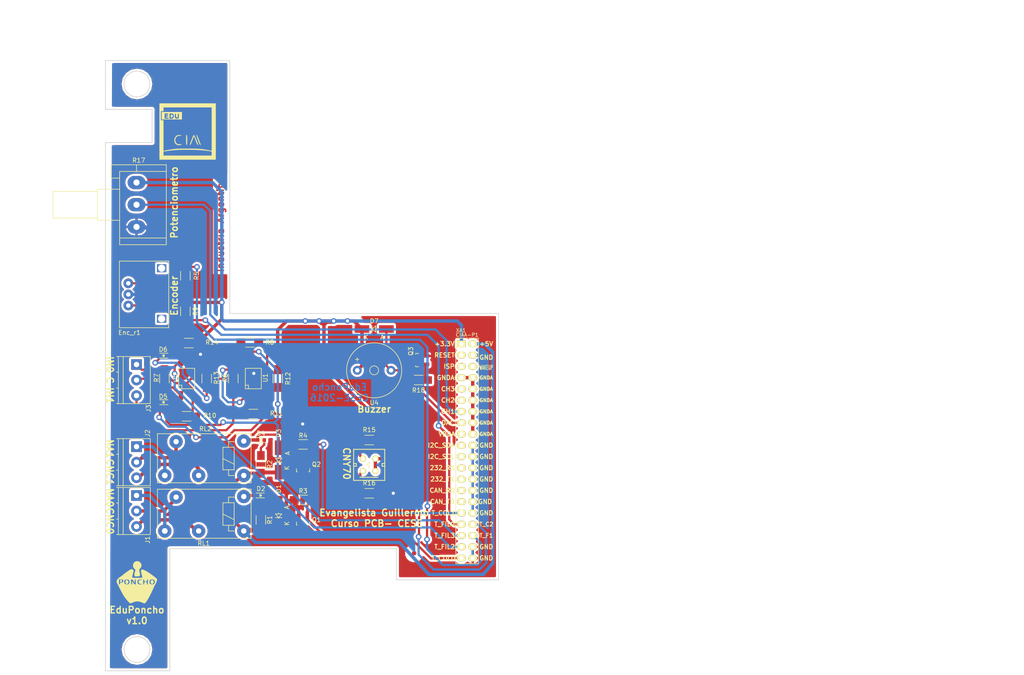
<source format=kicad_pcb>
(kicad_pcb (version 4) (host pcbnew 4.0.4+e1-6308~48~ubuntu14.04.1-stable)
  (title_block (title EduPoncho) (date 2016-08-07) (rev 1.0) (company "Proyecto CIAA - COMPUTADORA INDUSTRIAL ABIERTA ARGENTINA") (comment 1 https://github.com/guille411/EduPoncho) (comment 2 "Autores y Licencia del template (Diego Brengi - UNLaM)") (comment 3 "Autor del poncho (Evangelista Guillermo). Ver directorio \"doc\""))
  (layers (0 TOP signal) (31 BOTTOM signal hide) (35 F.Paste user) (37 F.SilkS user) (39 F.Mask user) (44 Edge.Cuts user))
  (net 0 "")
  (net 1 +5V)
  (net 2 GND)
  (net 3 GNDA)
  (net 4 "Net-(D1-Pad2)")
  (net 5 "Net-(D2-Pad2)")
  (net 6 "Net-(D3-Pad2)")
  (net 7 "Net-(D4-Pad2)")
  (net 8 "Net-(D5-Pad2)")
  (net 9 "/Conector Poncho/OPTO_IN1")
  (net 10 "Net-(D6-Pad2)")
  (net 11 "/Conector Poncho/OPTO_IN0")
  (net 12 +3V3)
  (net 13 "Net-(D7-Pad2)")
  (net 14 "/Conector Poncho/Encoder_B")
  (net 15 "/Conector Poncho/Encoder_A")
  (net 16 "Net-(J1-Pad2)")
  (net 17 "Net-(J1-Pad3)")
  (net 18 "Net-(J1-Pad1)")
  (net 19 "Net-(J2-Pad2)")
  (net 20 "Net-(J2-Pad3)")
  (net 21 "Net-(J2-Pad1)")
  (net 22 /Entradas/COM)
  (net 23 /Entradas/IN1)
  (net 24 /Entradas/IN0)
  (net 25 "Net-(Q3-Pad1)")
  (net 26 "/Conector Poncho/GPIO0")
  (net 27 "/Conector Poncho/GPIO1")
  (net 28 "Net-(R6-Pad1)")
  (net 29 "Net-(R10-Pad1)")
  (net 30 "Net-(R15-Pad1)")
  (net 31 "/Conector Poncho/CNY_IN")
  (net 32 "/Conector Poncho/Pote")
  (net 33 "/Conector Poncho/Buzzer")
  (net 34 "Net-(XA1-Pad11)")
  (net 35 "Net-(XA1-Pad6)")
  (net 36 "Net-(XA1-Pad17)")
  (net 37 "Net-(XA1-Pad19)")
  (net 38 "Net-(XA1-Pad21)")
  (net 39 "Net-(XA1-Pad23)")
  (net 40 "Net-(XA1-Pad25)")
  (net 41 "Net-(XA1-Pad27)")
  (net 42 "Net-(XA1-Pad29)")
  (net 43 "Net-(XA1-Pad3)")
  (net 44 "Net-(XA1-Pad5)")
  (net 45 "Net-(XA1-Pad9)")
  (module Potentiometers:Potentiometer_Alps-RK16-single_largePads (layer TOP) (at 77.85 82.1 180)
    (fp_text reference Enc_r1 (at -0.25 -8.6 180) (layer F.SilkS))
    (fp_text value Encoder_rotativo)
    (pad 4 thru_hole rect (at -7.5 5.9 180) (size 2.1 1.8) (drill 1.6) (layers *.Cu *.Mask))
    (pad 2 thru_hole circle (at 0 0 180) (size 2.2 2.2) (drill 1) (layers *.Cu *.Mask) (net 2 GND))
    (pad 3 thru_hole circle (at 0 2.5 180) (size 2.2 2.2) (drill 1) (layers *.Cu *.Mask) (net 14 "/Conector Poncho/Encoder_B"))
    (pad 1 thru_hole circle (at 0 -2.5 180) (size 2.2 2.2) (drill 1) (layers *.Cu *.Mask) (net 15 "/Conector Poncho/Encoder_A"))
    (pad 4 thru_hole rect (at -7.5 -5.5 180) (size 2.1 1.8) (drill 1.6) (layers *.Cu *.Mask))
  )
  (module Terminal_Blocks:TerminalBlock_Pheonix_PT-3.5mm_3pol (layer TOP) (at 79.7 127.4 270)
    (fp_text reference J1 (at 10 -2.5 270) (layer F.SilkS))
    (fp_text value TB_1X3)
    (pad 2 thru_hole circle (at 3.5 0 270) (size 2.4 2.4) (drill 1.2) (layers *.Cu *.Mask) (net 16 "Net-(J1-Pad2)"))
    (pad 3 thru_hole circle (at 7 0 270) (size 2.4 2.4) (drill 1.2) (layers *.Cu *.Mask) (net 17 "Net-(J1-Pad3)"))
    (pad 1 thru_hole rect (at 0 0 270) (size 2.4 2.4) (drill 1.2) (layers *.Cu *.Mask) (net 18 "Net-(J1-Pad1)"))
  )
  (module footprint:Conn_Poncho_Derecha (layer TOP) (at 152.85 93.25)
    (fp_text reference XA1 (at -0.127 -3.048) (layer F.SilkS) (effects (font (size 0.8 0.8) (thickness 0.12))))
    (fp_text value Conn_Poncho2P_2x_20x2 hide)
    (fp_text user GND (at 5.588 48.26) (layer F.SilkS) (effects (font (thickness 0.2))))
    (fp_text user GND (at 5.588 45.72) (layer F.SilkS) (effects (font (thickness 0.2))))
    (fp_text user T_F1 (at 5.588 43.18) (layer F.SilkS) (effects (font (size 0.9 0.9) (thickness 0.18))))
    (fp_text user T_C2 (at 5.588 40.64) (layer F.SilkS) (effects (font (size 0.9 0.9) (thickness 0.18))))
    (fp_text user GND (at 5.588 38.1) (layer F.SilkS) (effects (font (thickness 0.2))))
    (fp_text user GND (at 5.334 35.56) (layer F.SilkS) (effects (font (thickness 0.2))))
    (fp_text user GND (at 5.588 33.02) (layer F.SilkS) (effects (font (thickness 0.2))))
    (fp_text user GND (at 5.588 30.48) (layer F.SilkS) (effects (font (thickness 0.2))))
    (fp_text user GND (at 5.588 27.94) (layer F.SilkS) (effects (font (thickness 0.2))))
    (fp_text user GND (at 5.588 25.4) (layer F.SilkS) (effects (font (thickness 0.2))))
    (fp_text user GND (at 5.588 22.86) (layer F.SilkS) (effects (font (thickness 0.2))))
    (fp_text user GNDA (at 5.588 20.32) (layer F.SilkS) (effects (font (size 0.76 0.76) (thickness 0.19))))
    (fp_text user GNDA (at 5.588 17.78) (layer F.SilkS) (effects (font (size 0.76 0.76) (thickness 0.19))))
    (fp_text user GNDA (at 5.588 15.24) (layer F.SilkS) (effects (font (size 0.76 0.76) (thickness 0.19))))
    (fp_text user GNDA (at 5.588 12.7) (layer F.SilkS) (effects (font (size 0.76 0.76) (thickness 0.19))))
    (fp_text user GNDA (at 5.588 10.16) (layer F.SilkS) (effects (font (size 0.76 0.76) (thickness 0.19))))
    (fp_text user GNDA (at 5.588 7.62) (layer F.SilkS) (effects (font (size 0.76 0.76) (thickness 0.19))))
    (fp_text user WAKEUP (at 5.588 5.334) (layer F.SilkS) (effects (font (size 1 0.5) (thickness 0.125))))
    (fp_text user GND (at 5.588 3.048) (layer F.SilkS) (effects (font (thickness 0.2))))
    (fp_text user +5V (at 5.588 0) (layer F.SilkS) (effects (font (thickness 0.2))))
    (fp_text user T_COL0 (at -4.064 48.26) (layer F.SilkS) (effects (font (thickness 0.2))))
    (fp_text user T_FIL2 (at -3.81 45.72) (layer F.SilkS) (effects (font (thickness 0.2))))
    (fp_text user T_FIL3 (at -3.81 43.18) (layer F.SilkS) (effects (font (thickness 0.2))))
    (fp_text user T_FIL0 (at -3.81 40.64) (layer F.SilkS) (effects (font (thickness 0.2))))
    (fp_text user T_COL1 (at -4.064 38.1) (layer F.SilkS) (effects (font (thickness 0.2))))
    (fp_text user CAN_TD (at -4.318 35.56) (layer F.SilkS) (effects (font (thickness 0.2))))
    (fp_text user CAN_RD (at -4.318 33.02) (layer F.SilkS) (effects (font (thickness 0.2))))
    (fp_text user 232_TX (at -4.318 30.48) (layer F.SilkS) (effects (font (thickness 0.2))))
    (fp_text user 232_RX (at -4.318 27.94) (layer F.SilkS) (effects (font (thickness 0.2))))
    (fp_text user I2C_SCL (at -4.572 25.4) (layer F.SilkS) (effects (font (thickness 0.2))))
    (fp_text user I2C_SDA (at -4.572 22.86) (layer F.SilkS) (effects (font (thickness 0.2))))
    (fp_text user VDDA (at -3.302 20.32) (layer F.SilkS) (effects (font (thickness 0.2))))
    (fp_text user DAC (at -3.048 17.78) (layer F.SilkS) (effects (font (thickness 0.2))))
    (fp_text user CH1 (at -3.048 15.24) (layer F.SilkS) (effects (font (thickness 0.2))))
    (fp_text user CH2 (at -3.048 12.7) (layer F.SilkS) (effects (font (thickness 0.2))))
    (fp_text user CH3 (at -3.048 10.16) (layer F.SilkS) (effects (font (thickness 0.2))))
    (fp_text user GNDA (at -3.556 7.62) (layer F.SilkS) (effects (font (thickness 0.2))))
    (fp_text user ISP (at -2.794 5.08) (layer F.SilkS) (effects (font (thickness 0.2))))
    (fp_text user RESET (at -3.81 2.54) (layer F.SilkS) (effects (font (thickness 0.2))))
    (fp_text user CIAA-P1 (at 1.27 -2.032) (layer F.SilkS) (effects (font (size 0.8 0.8) (thickness 0.12))))
    (fp_text user +3.3V (at -3.81 0) (layer F.SilkS) (effects (font (thickness 0.2))))
    (pad 1 thru_hole rect (at 0 0 270) (size 1.524 2) (drill 1.016) (layers *.Cu *.Mask F.SilkS) (net 12 +3V3))
    (pad 2 thru_hole oval (at 2.54 0 270) (size 1.524 2) (drill 1.016) (layers *.Cu *.Mask F.SilkS) (net 1 +5V))
    (pad 11 thru_hole oval (at 0 12.7 270) (size 1.524 2) (drill 1.016) (layers *.Cu *.Mask F.SilkS) (net 34 "Net-(XA1-Pad11)"))
    (pad 4 thru_hole oval (at 2.54 2.54 270) (size 1.524 2) (drill 1.016) (layers *.Cu *.Mask F.SilkS) (net 2 GND))
    (pad 13 thru_hole oval (at 0 15.24 270) (size 1.524 2) (drill 1.016) (layers *.Cu *.Mask F.SilkS) (net 32 "/Conector Poncho/Pote"))
    (pad 6 thru_hole oval (at 2.54 5.08 270) (size 1.524 2) (drill 1.016) (layers *.Cu *.Mask F.SilkS) (net 35 "Net-(XA1-Pad6)"))
    (pad 15 thru_hole oval (at 0 17.78 270) (size 1.524 2) (drill 1.016) (layers *.Cu *.Mask F.SilkS) (net 33 "/Conector Poncho/Buzzer"))
    (pad 8 thru_hole oval (at 2.54 7.62 270) (size 1.524 2) (drill 1.016) (layers *.Cu *.Mask F.SilkS) (net 3 GNDA))
    (pad 17 thru_hole oval (at 0 20.32 270) (size 1.524 2) (drill 1.016) (layers *.Cu *.Mask F.SilkS) (net 36 "Net-(XA1-Pad17)"))
    (pad 10 thru_hole oval (at 2.54 10.16 270) (size 1.524 2) (drill 1.016) (layers *.Cu *.Mask F.SilkS) (net 3 GNDA))
    (pad 19 thru_hole oval (at 0 22.86 270) (size 1.524 2) (drill 1.016) (layers *.Cu *.Mask F.SilkS) (net 37 "Net-(XA1-Pad19)"))
    (pad 12 thru_hole oval (at 2.54 12.7 270) (size 1.524 2) (drill 1.016) (layers *.Cu *.Mask F.SilkS) (net 3 GNDA))
    (pad 21 thru_hole oval (at 0 25.4 270) (size 1.524 2) (drill 1.016) (layers *.Cu *.Mask F.SilkS) (net 38 "Net-(XA1-Pad21)"))
    (pad 14 thru_hole oval (at 2.54 15.24 270) (size 1.524 2) (drill 1.016) (layers *.Cu *.Mask F.SilkS) (net 3 GNDA))
    (pad 23 thru_hole oval (at 0 27.94 270) (size 1.524 2) (drill 1.016) (layers *.Cu *.Mask F.SilkS) (net 39 "Net-(XA1-Pad23)"))
    (pad 16 thru_hole oval (at 2.54 17.78 270) (size 1.524 2) (drill 1.016) (layers *.Cu *.Mask F.SilkS) (net 3 GNDA))
    (pad 25 thru_hole oval (at 0 30.48 270) (size 1.524 2) (drill 1.016) (layers *.Cu *.Mask F.SilkS) (net 40 "Net-(XA1-Pad25)"))
    (pad 18 thru_hole oval (at 2.54 20.32 270) (size 1.524 2) (drill 1.016) (layers *.Cu *.Mask F.SilkS) (net 3 GNDA))
    (pad 27 thru_hole oval (at 0 33.02 270) (size 1.524 2) (drill 1.016) (layers *.Cu *.Mask F.SilkS) (net 41 "Net-(XA1-Pad27)"))
    (pad 20 thru_hole oval (at 2.54 22.86 270) (size 1.524 2) (drill 1.016) (layers *.Cu *.Mask F.SilkS) (net 2 GND))
    (pad 29 thru_hole oval (at 0 35.56 270) (size 1.524 2) (drill 1.016) (layers *.Cu *.Mask F.SilkS) (net 42 "Net-(XA1-Pad29)"))
    (pad 22 thru_hole oval (at 2.54 25.4 270) (size 1.524 2) (drill 1.016) (layers *.Cu *.Mask F.SilkS) (net 2 GND))
    (pad 31 thru_hole oval (at 0 38.1 270) (size 1.524 2) (drill 1.016) (layers *.Cu *.Mask F.SilkS) (net 27 "/Conector Poncho/GPIO1"))
    (pad 24 thru_hole oval (at 2.54 27.94 270) (size 1.524 2) (drill 1.016) (layers *.Cu *.Mask F.SilkS) (net 2 GND))
    (pad 26 thru_hole oval (at 2.54 30.48 270) (size 1.524 2) (drill 1.016) (layers *.Cu *.Mask F.SilkS) (net 2 GND))
    (pad 33 thru_hole oval (at 0 40.64 270) (size 1.524 2) (drill 1.016) (layers *.Cu *.Mask F.SilkS) (net 15 "/Conector Poncho/Encoder_A"))
    (pad 28 thru_hole oval (at 2.54 33.02 270) (size 1.524 2) (drill 1.016) (layers *.Cu *.Mask F.SilkS) (net 2 GND))
    (pad 32 thru_hole oval (at 2.54 38.1 270) (size 1.524 2) (drill 1.016) (layers *.Cu *.Mask F.SilkS) (net 2 GND))
    (pad 34 thru_hole oval (at 2.54 40.64 270) (size 1.524 2) (drill 1.016) (layers *.Cu *.Mask F.SilkS) (net 31 "/Conector Poncho/CNY_IN"))
    (pad 36 thru_hole oval (at 2.54 43.18 270) (size 1.524 2) (drill 1.016) (layers *.Cu *.Mask F.SilkS) (net 14 "/Conector Poncho/Encoder_B"))
    (pad 38 thru_hole oval (at 2.54 45.72 270) (size 1.524 2) (drill 1.016) (layers *.Cu *.Mask F.SilkS) (net 2 GND))
    (pad 35 thru_hole oval (at 0 43.18 270) (size 1.524 2) (drill 1.016) (layers *.Cu *.Mask F.SilkS) (net 9 "/Conector Poncho/OPTO_IN1"))
    (pad 37 thru_hole oval (at 0 45.72 270) (size 1.524 2) (drill 1.016) (layers *.Cu *.Mask F.SilkS) (net 11 "/Conector Poncho/OPTO_IN0"))
    (pad 3 thru_hole oval (at 0 2.54 270) (size 1.524 2) (drill 1.016) (layers *.Cu *.Mask F.SilkS) (net 43 "Net-(XA1-Pad3)"))
    (pad 5 thru_hole oval (at 0 5.08 270) (size 1.524 2) (drill 1.016) (layers *.Cu *.Mask F.SilkS) (net 44 "Net-(XA1-Pad5)"))
    (pad 7 thru_hole oval (at 0 7.62 270) (size 1.524 2) (drill 1.016) (layers *.Cu *.Mask F.SilkS) (net 3 GNDA))
    (pad 9 thru_hole oval (at 0 10.16 270) (size 1.524 2) (drill 1.016) (layers *.Cu *.Mask F.SilkS) (net 45 "Net-(XA1-Pad9)"))
    (pad 39 thru_hole oval (at 0 48.26 270) (size 1.524 2) (drill 1.016) (layers *.Cu *.Mask F.SilkS) (net 26 "/Conector Poncho/GPIO0"))
    (pad 40 thru_hole oval (at 2.54 48.26 270) (size 1.524 2) (drill 1.016) (layers *.Cu *.Mask F.SilkS) (net 2 GND))
    (pad 30 thru_hole oval (at 2.54 35.56 270) (size 1.524 2) (drill 1.016) (layers *.Cu *.Mask F.SilkS) (net 2 GND))
  )
  (module footprint:Relay_SPDT_Omron-G5-Q1 (layer TOP) (at 102.575 115.275 180)
    (fp_text reference RL2 (at 7.375 2.875 180) (layer F.SilkS))
    (fp_text value G5Q-1)
    (pad A1 thru_hole circle (at -1.27 -7.62 180) (size 2.99974 2.99974) (drill 1.19888) (layers *.Cu *.Mask) (net 1 +5V))
    (pad A2 thru_hole circle (at -1.27 0.127 180) (size 2.99974 2.99974) (drill 1.19888) (layers *.Cu *.Mask) (net 6 "Net-(D3-Pad2)"))
    (pad 11 thru_hole circle (at 13.97 0 180) (size 2.99974 2.99974) (drill 1.19888) (layers *.Cu *.Mask) (net 19 "Net-(J2-Pad2)"))
    (pad 12 thru_hole circle (at 8.89 -7.62 180) (size 2.99974 2.99974) (drill 1.19888) (layers *.Cu *.Mask) (net 20 "Net-(J2-Pad3)"))
    (pad 14 thru_hole circle (at 16.51 -7.62 180) (size 2.99974 2.99974) (drill 1.3) (layers *.Cu *.Mask) (net 21 "Net-(J2-Pad1)"))
  )
  (module Relay_SPDT_Omron-G5-Q1 (layer TOP) (at 102.575 127.775 180)
    (fp_text reference RL1 (at 7.747 -10.414 180) (layer F.SilkS))
    (fp_text value G5Q-1)
    (pad A1 thru_hole circle (at -1.27 -7.62 180) (size 2.99974 2.99974) (drill 1.19888) (layers *.Cu *.Mask) (net 1 +5V))
    (pad A2 thru_hole circle (at -1.27 0.127 180) (size 2.99974 2.99974) (drill 1.19888) (layers *.Cu *.Mask) (net 4 "Net-(D1-Pad2)"))
    (pad 11 thru_hole circle (at 13.97 0 180) (size 2.99974 2.99974) (drill 1.19888) (layers *.Cu *.Mask) (net 16 "Net-(J1-Pad2)"))
    (pad 12 thru_hole circle (at 8.89 -7.62 180) (size 2.99974 2.99974) (drill 1.19888) (layers *.Cu *.Mask) (net 17 "Net-(J1-Pad3)"))
    (pad 14 thru_hole circle (at 16.51 -7.62 180) (size 2.99974 2.99974) (drill 1.3) (layers *.Cu *.Mask) (net 18 "Net-(J1-Pad1)"))
  )
  (module footprint:CNY70 (layer TOP) (at 132.08 120.51 270)
    (fp_text reference U3 (at 0 0.5 270) (layer F.SilkS) (effects (font (size 0.3 0.3) (thickness 0.075))))
    (fp_text value CNY70 (at 0 0 270) (layer F.SilkS) (effects (font (size 0.3 0.3) (thickness 0.075))))
    (pad 1 thru_hole circle (at -1.4 -1.4 270) (size 1.4 1.4) (drill 0.8) (layers *.Cu *.Mask F.SilkS) (net 12 +3V3))
    (pad 2 thru_hole circle (at -1.4 1.4 270) (size 1.4 1.4) (drill 0.8) (layers *.Cu *.Mask F.SilkS) (net 30 "Net-(R15-Pad1)"))
    (pad 4 thru_hole circle (at 1.4 -1.4 270) (size 1.4 1.4) (drill 0.8) (layers *.Cu *.Mask F.SilkS) (net 12 +3V3))
    (pad 3 thru_hole circle (at 1.4 1.4 270) (size 1.4 1.4) (drill 0.8) (layers *.Cu *.Mask F.SilkS) (net 31 "/Conector Poncho/CNY_IN"))
  )
  (module footprint:Logo_EDU-CIAA (layer TOP) (at 91.2 45.4)
    (fp_text reference G*** hide)
    (fp_text value Logo_EDU-CIAA hide)
  )
  (module Diodes_SMD:MiniMELF_Handsoldering (layer TOP) (at 111.7 131.9 90)
    (fp_text reference D1 (at 6 0 90) (layer F.SilkS))
    (fp_text value LL4148)
    (fp_text user K (at -1.8 1.85 90) (layer F.SilkS))
    (fp_text user A (at 1.8 1.85 90) (layer F.SilkS))
    (pad 1 smd rect (at -2.75082 0 90) (size 3.29946 1.69926) (layers TOP F.Paste F.Mask) (net 1 +5V))
    (pad 2 smd rect (at 2.75082 0 90) (size 3.29946 1.69926) (layers TOP F.Paste F.Mask) (net 4 "Net-(D1-Pad2)"))
  )
  (module LEDs:LED_0603 (layer TOP) (at 107.7 127.4)
    (fp_text reference D2 (at 0 -1.5) (layer F.SilkS))
    (fp_text value "Led Rojo")
    (pad 2 smd rect (at 0.7493 0 180) (size 0.79756 0.79756) (layers TOP F.Paste F.Mask) (net 5 "Net-(D2-Pad2)"))
    (pad 1 smd rect (at -0.7493 0 180) (size 0.79756 0.79756) (layers TOP F.Paste F.Mask) (net 4 "Net-(D1-Pad2)"))
  )
  (module Diodes_SMD:MiniMELF_Handsoldering (layer TOP) (at 111.7 119.4 90)
    (fp_text reference D3 (at 6 0 90) (layer F.SilkS))
    (fp_text value LL4148)
    (fp_text user K (at -1.8 1.85 90) (layer F.SilkS))
    (fp_text user A (at 1.5 2 90) (layer F.SilkS))
    (pad 1 smd rect (at -2.75082 0 90) (size 3.29946 1.69926) (layers TOP F.Paste F.Mask) (net 1 +5V))
    (pad 2 smd rect (at 2.75082 0 90) (size 3.29946 1.69926) (layers TOP F.Paste F.Mask) (net 6 "Net-(D3-Pad2)"))
  )
  (module LEDs:LED_0603 (layer TOP) (at 107.7 114.9)
    (fp_text reference D4 (at 0 -1.5) (layer F.SilkS))
    (fp_text value "Led Rojo")
    (pad 2 smd rect (at 0.7493 0 180) (size 0.79756 0.79756) (layers TOP F.Paste F.Mask) (net 7 "Net-(D4-Pad2)"))
    (pad 1 smd rect (at -0.7493 0 180) (size 0.79756 0.79756) (layers TOP F.Paste F.Mask) (net 6 "Net-(D3-Pad2)"))
  )
  (module LEDs:LED_0603 (layer TOP) (at 85.7 106.4 180)
    (fp_text reference D5 (at 0 1.3 180) (layer F.SilkS))
    (fp_text value "Led Verde")
    (pad 2 smd rect (at 0.7493 0) (size 0.79756 0.79756) (layers TOP F.Paste F.Mask) (net 8 "Net-(D5-Pad2)"))
    (pad 1 smd rect (at -0.7493 0) (size 0.79756 0.79756) (layers TOP F.Paste F.Mask) (net 9 "/Conector Poncho/OPTO_IN1"))
  )
  (module LEDs:LED_0603 (layer TOP) (at 85.7 95.9 180)
    (fp_text reference D6 (at 0 1.4 180) (layer F.SilkS))
    (fp_text value "Led Verde")
    (pad 2 smd rect (at 0.7493 0) (size 0.79756 0.79756) (layers TOP F.Paste F.Mask) (net 10 "Net-(D6-Pad2)"))
    (pad 1 smd rect (at -0.7493 0) (size 0.79756 0.79756) (layers TOP F.Paste F.Mask) (net 11 "/Conector Poncho/OPTO_IN0"))
  )
  (module Diodes_SMD:MiniMELF_Handsoldering (layer TOP) (at 133.2 89.9)
    (fp_text reference D7 (at 0 -1.8) (layer F.SilkS))
    (fp_text value LL4148)
    (fp_text user K (at -1.8 1.85) (layer F.SilkS))
    (fp_text user A (at 1.8 1.85) (layer F.SilkS))
    (pad 1 smd rect (at -2.75082 0) (size 3.29946 1.69926) (layers TOP F.Paste F.Mask) (net 12 +3V3))
    (pad 2 smd rect (at 2.75082 0) (size 3.29946 1.69926) (layers TOP F.Paste F.Mask) (net 13 "Net-(D7-Pad2)"))
  )
  (module Terminal_Blocks:TerminalBlock_Pheonix_PT-3.5mm_3pol (layer TOP) (at 79.7 116.4 270)
    (fp_text reference J2 (at -3 -2.5 270) (layer F.SilkS))
    (fp_text value TB_1X3)
    (pad 2 thru_hole circle (at 3.5 0 270) (size 2.4 2.4) (drill 1.2) (layers *.Cu *.Mask) (net 19 "Net-(J2-Pad2)"))
    (pad 3 thru_hole circle (at 7 0 270) (size 2.4 2.4) (drill 1.2) (layers *.Cu *.Mask) (net 20 "Net-(J2-Pad3)"))
    (pad 1 thru_hole rect (at 0 0 270) (size 2.4 2.4) (drill 1.2) (layers *.Cu *.Mask) (net 21 "Net-(J2-Pad1)"))
  )
  (module Terminal_Blocks:TerminalBlock_Pheonix_PT-3.5mm_3pol (layer TOP) (at 79.7 97.9 270)
    (fp_text reference J3 (at 9.9 -2.7 270) (layer F.SilkS))
    (fp_text value TB_1X3)
    (pad 2 thru_hole circle (at 3.5 0 270) (size 2.4 2.4) (drill 1.2) (layers *.Cu *.Mask) (net 22 /Entradas/COM))
    (pad 3 thru_hole circle (at 7 0 270) (size 2.4 2.4) (drill 1.2) (layers *.Cu *.Mask) (net 23 /Entradas/IN1))
    (pad 1 thru_hole rect (at 0 0 270) (size 2.4 2.4) (drill 1.2) (layers *.Cu *.Mask) (net 24 /Entradas/IN0))
  )
  (module TO_SOT_Packages_SMD:SOT-23_Handsoldering (layer TOP) (at 117.2 133.4 180)
    (fp_text reference Q1 (at -3 0.5 180) (layer F.SilkS))
    (fp_text value NDS7002A)
    (pad 1 smd rect (at -0.95 1.50114 180) (size 0.8001 1.80086) (layers TOP F.Paste F.Mask) (net 26 "/Conector Poncho/GPIO0"))
    (pad 2 smd rect (at 0.95 1.50114 180) (size 0.8001 1.80086) (layers TOP F.Paste F.Mask) (net 2 GND))
    (pad 3 smd rect (at 0 -1.50114 180) (size 0.8001 1.80086) (layers TOP F.Paste F.Mask) (net 4 "Net-(D1-Pad2)"))
  )
  (module TO_SOT_Packages_SMD:SOT-23_Handsoldering (layer TOP) (at 117.2 121.4 180)
    (fp_text reference Q2 (at -3 1 180) (layer F.SilkS))
    (fp_text value NDS7002A)
    (pad 1 smd rect (at -0.95 1.50114 180) (size 0.8001 1.80086) (layers TOP F.Paste F.Mask) (net 27 "/Conector Poncho/GPIO1"))
    (pad 2 smd rect (at 0.95 1.50114 180) (size 0.8001 1.80086) (layers TOP F.Paste F.Mask) (net 2 GND))
    (pad 3 smd rect (at 0 -1.50114 180) (size 0.8001 1.80086) (layers TOP F.Paste F.Mask) (net 6 "Net-(D3-Pad2)"))
  )
  (module TO_SOT_Packages_SMD:SOT-23_Handsoldering (layer TOP) (at 143.2 96.9 90)
    (fp_text reference Q3 (at 2 -1.75 90) (layer F.SilkS))
    (fp_text value BC849)
    (pad 1 smd rect (at -0.95 1.50114 90) (size 0.8001 1.80086) (layers TOP F.Paste F.Mask) (net 25 "Net-(Q3-Pad1)"))
    (pad 2 smd rect (at 0.95 1.50114 90) (size 0.8001 1.80086) (layers TOP F.Paste F.Mask) (net 2 GND))
    (pad 3 smd rect (at 0 -1.50114 90) (size 0.8001 1.80086) (layers TOP F.Paste F.Mask) (net 13 "Net-(D7-Pad2)"))
  )
  (module Resistors_SMD:R_1206_HandSoldering (layer TOP) (at 107.7 132.9 270)
    (fp_text reference R1 (at 0 -2 270) (layer F.SilkS))
    (fp_text value 330)
    (pad 1 smd rect (at -2 0 270) (size 2 1.7) (layers TOP F.Paste F.Mask) (net 5 "Net-(D2-Pad2)"))
    (pad 2 smd rect (at 2 0 270) (size 2 1.7) (layers TOP F.Paste F.Mask) (net 1 +5V))
  )
  (module Resistors_SMD:R_1206_HandSoldering (layer TOP) (at 107.7 120.4 270)
    (fp_text reference R2 (at 0 -2 270) (layer F.SilkS))
    (fp_text value 330)
    (pad 1 smd rect (at -2 0 270) (size 2 1.7) (layers TOP F.Paste F.Mask) (net 7 "Net-(D4-Pad2)"))
    (pad 2 smd rect (at 2 0 270) (size 2 1.7) (layers TOP F.Paste F.Mask) (net 1 +5V))
  )
  (module Resistors_SMD:R_1206_HandSoldering (layer TOP) (at 117.2 128.4 180)
    (fp_text reference R3 (at 0 2 180) (layer F.SilkS))
    (fp_text value 100K)
    (pad 1 smd rect (at -2 0 180) (size 2 1.7) (layers TOP F.Paste F.Mask) (net 26 "/Conector Poncho/GPIO0"))
    (pad 2 smd rect (at 2 0 180) (size 2 1.7) (layers TOP F.Paste F.Mask) (net 2 GND))
  )
  (module Resistors_SMD:R_1206_HandSoldering (layer TOP) (at 117.2 115.9 180)
    (fp_text reference R4 (at 0 2 180) (layer F.SilkS))
    (fp_text value 100K)
    (pad 1 smd rect (at -2 0 180) (size 2 1.7) (layers TOP F.Paste F.Mask) (net 27 "/Conector Poncho/GPIO1"))
    (pad 2 smd rect (at 2 0 180) (size 2 1.7) (layers TOP F.Paste F.Mask) (net 2 GND))
  )
  (module Resistors_SMD:R_1206_HandSoldering (layer TOP) (at 90.7 77.9 90)
    (fp_text reference R5 (at 0 2.5 90) (layer F.SilkS))
    (fp_text value 4K7)
    (pad 1 smd rect (at -2 0 90) (size 2 1.7) (layers TOP F.Paste F.Mask) (net 12 +3V3))
    (pad 2 smd rect (at 2 0 90) (size 2 1.7) (layers TOP F.Paste F.Mask) (net 14 "/Conector Poncho/Encoder_B"))
  )
  (module Resistors_SMD:R_1206_HandSoldering (layer TOP) (at 101.49 101.06 270)
    (fp_text reference R6 (at -0.16 1.79 270) (layer F.SilkS))
    (fp_text value 3K3)
    (pad 1 smd rect (at -2 0 270) (size 2 1.7) (layers TOP F.Paste F.Mask) (net 28 "Net-(R6-Pad1)"))
    (pad 2 smd rect (at 2 0 270) (size 2 1.7) (layers TOP F.Paste F.Mask) (net 23 /Entradas/IN1))
  )
  (module Resistors_SMD:R_1206_HandSoldering (layer TOP) (at 85.99 101.06 90)
    (fp_text reference R7 (at 0.16 -1.79 90) (layer F.SilkS))
    (fp_text value 3K3)
    (pad 1 smd rect (at -2 0 90) (size 2 1.7) (layers TOP F.Paste F.Mask) (net 29 "Net-(R10-Pad1)"))
    (pad 2 smd rect (at 2 0 90) (size 2 1.7) (layers TOP F.Paste F.Mask) (net 24 /Entradas/IN0))
  )
  (module Resistors_SMD:R_1206_HandSoldering (layer TOP) (at 105.2 92.9)
    (fp_text reference R8 (at 4.5 0) (layer F.SilkS))
    (fp_text value 4K7)
    (pad 1 smd rect (at -2 0) (size 2 1.7) (layers TOP F.Paste F.Mask) (net 28 "Net-(R6-Pad1)"))
    (pad 2 smd rect (at 2 0) (size 2 1.7) (layers TOP F.Paste F.Mask) (net 22 /Entradas/COM))
  )
  (module Resistors_SMD:R_1206_HandSoldering (layer TOP) (at 90.7 85.9 270)
    (fp_text reference R9 (at 0 -2.3 270) (layer F.SilkS))
    (fp_text value 4K7)
    (pad 1 smd rect (at -2 0 270) (size 2 1.7) (layers TOP F.Paste F.Mask) (net 12 +3V3))
    (pad 2 smd rect (at 2 0 270) (size 2 1.7) (layers TOP F.Paste F.Mask) (net 15 "/Conector Poncho/Encoder_A"))
  )
  (module Resistors_SMD:R_1206_HandSoldering (layer TOP) (at 90.99 109.56)
    (fp_text reference R10 (at 5.21 -0.16) (layer F.SilkS))
    (fp_text value 4K7)
    (pad 1 smd rect (at -2 0) (size 2 1.7) (layers TOP F.Paste F.Mask) (net 29 "Net-(R10-Pad1)"))
    (pad 2 smd rect (at 2 0) (size 2 1.7) (layers TOP F.Paste F.Mask) (net 22 /Entradas/COM))
  )
  (module Resistors_SMD:R_1206_HandSoldering (layer TOP) (at 105.99 109.06)
    (fp_text reference R11 (at 5.21 -0.16) (layer F.SilkS))
    (fp_text value 2K2)
    (pad 1 smd rect (at -2 0) (size 2 1.7) (layers TOP F.Paste F.Mask) (net 12 +3V3))
    (pad 2 smd rect (at 2 0) (size 2 1.7) (layers TOP F.Paste F.Mask) (net 8 "Net-(D5-Pad2)"))
  )
  (module Resistors_SMD:R_1206_HandSoldering (layer TOP) (at 111.49 101.06 270)
    (fp_text reference R12 (at 0 -2.3 270) (layer F.SilkS))
    (fp_text value 100K)
    (pad 1 smd rect (at -2 0 270) (size 2 1.7) (layers TOP F.Paste F.Mask) (net 12 +3V3))
    (pad 2 smd rect (at 2 0 270) (size 2 1.7) (layers TOP F.Paste F.Mask) (net 9 "/Conector Poncho/OPTO_IN1"))
  )
  (module Resistors_SMD:R_1206_HandSoldering (layer TOP) (at 95.49 101.06 270)
    (fp_text reference R13 (at -0.16 -2.21 270) (layer F.SilkS))
    (fp_text value 2K2)
    (pad 1 smd rect (at -2 0 270) (size 2 1.7) (layers TOP F.Paste F.Mask) (net 12 +3V3))
    (pad 2 smd rect (at 2 0 270) (size 2 1.7) (layers TOP F.Paste F.Mask) (net 10 "Net-(D6-Pad2)"))
  )
  (module Resistors_SMD:R_1206_HandSoldering (layer TOP) (at 91.49 93.06 180)
    (fp_text reference R14 (at -5.21 0.16 180) (layer F.SilkS))
    (fp_text value 100K)
    (pad 1 smd rect (at -2 0 180) (size 2 1.7) (layers TOP F.Paste F.Mask) (net 12 +3V3))
    (pad 2 smd rect (at 2 0 180) (size 2 1.7) (layers TOP F.Paste F.Mask) (net 11 "/Conector Poncho/OPTO_IN0"))
  )
  (module Resistors_SMD:R_1206_HandSoldering (layer TOP) (at 132.08 114.91)
    (fp_text reference R15 (at 0 -2.3) (layer F.SilkS))
    (fp_text value 220)
    (pad 1 smd rect (at -2 0) (size 2 1.7) (layers TOP F.Paste F.Mask) (net 30 "Net-(R15-Pad1)"))
    (pad 2 smd rect (at 2 0) (size 2 1.7) (layers TOP F.Paste F.Mask) (net 2 GND))
  )
  (module Resistors_SMD:R_1206_HandSoldering (layer TOP) (at 132.08 126.91)
    (fp_text reference R16 (at 0 -2.3) (layer F.SilkS))
    (fp_text value 4K7)
    (pad 1 smd rect (at -2 0) (size 2 1.7) (layers TOP F.Paste F.Mask) (net 31 "/Conector Poncho/CNY_IN"))
    (pad 2 smd rect (at 2 0) (size 2 1.7) (layers TOP F.Paste F.Mask) (net 2 GND))
  )
  (module Potentiometers:Potentiometer_Alps-RK16-single_largePads (layer TOP) (at 79.7 66.9 180)
    (fp_text reference R17 (at -0.5 15 180) (layer F.SilkS))
    (fp_text value 5K)
    (pad 2 thru_hole oval (at 0 5.00126 180) (size 4.0005 2.99974) (drill 1.39954) (layers *.Cu *.Mask) (net 32 "/Conector Poncho/Pote"))
    (pad 3 thru_hole oval (at 0 10.00252 180) (size 4.0005 2.99974) (drill 1.39954) (layers *.Cu *.Mask) (net 12 +3V3))
    (pad 1 thru_hole oval (at 0 0 180) (size 4.0005 2.99974) (drill 1.39954) (layers *.Cu *.Mask) (net 2 GND))
  )
  (module Resistors_SMD:R_1206_HandSoldering (layer TOP) (at 143.2 101.4 180)
    (fp_text reference R18 (at 0 -2.3 180) (layer F.SilkS))
    (fp_text value 3K3)
    (pad 1 smd rect (at -2 0 180) (size 2 1.7) (layers TOP F.Paste F.Mask) (net 25 "Net-(Q3-Pad1)"))
    (pad 2 smd rect (at 2 0 180) (size 2 1.7) (layers TOP F.Paste F.Mask) (net 33 "/Conector Poncho/Buzzer"))
  )
  (module Opto-Devices:Optocoupler_SMD_HandSoldering_KPC357_LTV35x_PC357_SingleChannel (layer TOP) (at 105.99 101.06 90)
    (fp_text reference U1 (at 0.16 2.71 90) (layer F.SilkS))
    (fp_text value PS2805-1)
    (pad 2 smd rect (at -3.79984 1.34874 90) (size 1.99898 0.89916) (layers TOP F.Paste F.Mask) (net 22 /Entradas/COM))
    (pad 1 smd rect (at -3.79984 -1.30048 90) (size 1.99898 1.00076) (layers TOP F.Paste F.Mask) (net 28 "Net-(R6-Pad1)"))
    (pad 4 smd rect (at 3.79984 -1.30048 90) (size 1.99898 1.00076) (layers TOP F.Paste F.Mask) (net 9 "/Conector Poncho/OPTO_IN1"))
    (pad 3 smd rect (at 3.79984 1.30048 90) (size 1.99898 1.00076) (layers TOP F.Paste F.Mask) (net 2 GND))
  )
  (module Opto-Devices:Optocoupler_SMD_HandSoldering_KPC357_LTV35x_PC357_SingleChannel (layer TOP) (at 90.99 101.06 90)
    (fp_text reference U2 (at 0.16 -2.29 90) (layer F.SilkS))
    (fp_text value PS2805-1)
    (pad 2 smd rect (at -3.79984 1.34874 90) (size 1.99898 0.89916) (layers TOP F.Paste F.Mask) (net 22 /Entradas/COM))
    (pad 1 smd rect (at -3.79984 -1.30048 90) (size 1.99898 1.00076) (layers TOP F.Paste F.Mask) (net 29 "Net-(R10-Pad1)"))
    (pad 4 smd rect (at 3.79984 -1.30048 90) (size 1.99898 1.00076) (layers TOP F.Paste F.Mask) (net 11 "/Conector Poncho/OPTO_IN0"))
    (pad 3 smd rect (at 3.79984 1.30048 90) (size 1.99898 1.00076) (layers TOP F.Paste F.Mask) (net 2 GND))
  )
  (module Buzzers_Beepers:Buzzer_12x9.5RM7.6 (layer TOP) (at 133.195141 99.206)
    (fp_text reference U4 (at 0.004859 7.294) (layer F.SilkS))
    (fp_text value Buzzer)
    (fp_text user + (at -3.81 -2.54) (layer F.SilkS))
    (pad 1 thru_hole circle (at -3.79984 0) (size 2 2) (drill 1.00076) (layers *.Cu *.Mask) (net 12 +3V3))
    (pad 2 thru_hole circle (at 3.79984 0) (size 2 2) (drill 1.00076) (layers *.Cu *.Mask) (net 13 "Net-(D7-Pad2)"))
  )
  (module footprint:Logo_Poncho (layer TOP) (at 79.75 147)
    (fp_text reference G*** hide)
    (fp_text value LOGO hide)
  )
  (module footprint:Fiducial_1mm (layer TOP) (at 95.2 34.4)
    (fp_text reference F? hide)
    (fp_text value Fiducial_1mm hide)
    (pad 1 smd circle (at 0 0) (size 1 1) (layers TOP F.Mask))
  )
  (module footprint:Fiducial_1mm (layer TOP) (at 142.2 140.4)
    (fp_text reference F? hide)
    (fp_text value Fiducial_1mm hide)
    (pad 1 smd circle (at 0 0) (size 1 1) (layers TOP F.Mask))
  )
  (module footprint:Fiducial_1mm (layer TOP) (at 76.7 140.4)
    (fp_text reference F? hide)
    (fp_text value Fiducial_1mm hide)
    (pad 1 smd circle (at 0 0) (size 1 1) (layers TOP F.Mask))
  )
  (gr_text "EduPoncho\nCESE-2016" (at 125.4 104.2) (layer BOTTOM) (effects (font (size 1.5 1.5) (thickness 0.3)) (justify mirror)))
  (gr_text "Industria Argentina" (at 98.6 66.3 90) (layer TOP) (effects (font (size 1.5 1.5) (thickness 0.3))))
  (gr_text "Evangelista Guillermo\n Curso PCB- CESE" (at 133.2 132.5) (layer F.SilkS) (effects (font (size 1.5 1.5) (thickness 0.3))))
  (gr_text "EduPoncho\nv1.0\n" (at 79.8 154.4) (layer F.SilkS) (effects (font (size 1.5 1.5) (thickness 0.3))))
  (gr_text NC1 (at 73.7 122.9 270) (layer F.SilkS) (effects (font (size 1.5 1.5) (thickness 0.3))))
  (gr_text "C\n" (at 73.7 119.9 270) (layer F.SilkS) (effects (font (size 1.5 1.5) (thickness 0.3))))
  (gr_text "NA1\n" (at 73.7 116.9 270) (layer F.SilkS) (effects (font (size 1.5 1.5) (thickness 0.3))))
  (gr_text "NC0\n" (at 73.7 133.9 270) (layer F.SilkS) (effects (font (size 1.5 1.5) (thickness 0.3))))
  (gr_text "C\n" (at 73.7 130.9 270) (layer F.SilkS) (effects (font (size 1.5 1.5) (thickness 0.3))))
  (gr_text "NA0\n" (at 73.7 127.9 270) (layer F.SilkS) (effects (font (size 1.5 1.5) (thickness 0.3))))
  (gr_text IN1 (at 73.7 104.9 270) (layer F.SilkS) (effects (font (size 1.5 1.5) (thickness 0.3))))
  (gr_text C (at 73.7 101.4 270) (layer F.SilkS) (effects (font (size 1.5 1.5) (thickness 0.3))))
  (gr_text IN0 (at 73.7 97.9 270) (layer F.SilkS) (effects (font (size 1.5 1.5) (thickness 0.3))))
  (gr_line (start 72.7 166.9) (end 73.7 166.9) (angle 90) (layer Edge.Cuts) (width 0.15))
  (gr_line (start 72.7 47.9) (end 72.7 166.9) (angle 90) (layer Edge.Cuts) (width 0.15))
  (gr_line (start 73.7 47.9) (end 72.7 47.9) (angle 90) (layer Edge.Cuts) (width 0.15))
  (gr_line (start 72.7 40.4) (end 73.7 40.4) (angle 90) (layer Edge.Cuts) (width 0.15))
  (gr_line (start 72.7 29.4) (end 72.7 40.4) (angle 90) (layer Edge.Cuts) (width 0.15))
  (gr_line (start 73.7 29.4) (end 72.7 29.4) (angle 90) (layer Edge.Cuts) (width 0.15))
  (gr_text "Encoder\n" (at 88.2 82.4 90) (layer F.SilkS) (effects (font (size 1.5 1.5) (thickness 0.3))))
  (gr_text Potenciometro (at 88.2 61.4 90) (layer F.SilkS) (effects (font (size 1.5 1.5) (thickness 0.3))))
  (gr_text CNY70 (at 127 120.2 270) (layer F.SilkS) (effects (font (size 1.5 1.5) (thickness 0.3))))
  (gr_text "Buzzer\n" (at 133.2 107.95) (layer F.SilkS) (effects (font (size 1.5 1.5) (thickness 0.3))))
  (gr_line (start 73.7 166.9) (end 75.2 166.9) (angle 90) (layer Edge.Cuts) (width 0.15))
  (gr_line (start 75.2 47.9) (end 73.7 47.9) (angle 90) (layer Edge.Cuts) (width 0.15))
  (gr_line (start 73.7 40.4) (end 75.2 40.4) (angle 90) (layer Edge.Cuts) (width 0.15))
  (gr_line (start 75.2 29.4) (end 73.7 29.4) (angle 90) (layer Edge.Cuts) (width 0.15))
  (gr_circle (center 79.8 34.7) (end 82.3 36.2) (layer Edge.Cuts) (width 0.15))
  (gr_circle (center 79.8 162.1) (end 82.3 163.6) (layer Edge.Cuts) (width 0.15))
  (gr_line (start 87.2 166.9) (end 75.2 166.9) (angle 90) (layer Edge.Cuts) (width 0.15))
  (gr_line (start 87.2 139.4) (end 94.7 139.4) (angle 90) (layer Edge.Cuts) (width 0.15))
  (gr_line (start 87.2 166.9) (end 87.2 139.4) (angle 90) (layer Edge.Cuts) (width 0.15))
  (gr_line (start 83.2 47.9) (end 75.2 47.9) (angle 90) (layer Edge.Cuts) (width 0.15))
  (gr_line (start 83.2 40.4) (end 83.2 47.9) (angle 90) (layer Edge.Cuts) (width 0.15))
  (gr_line (start 75.2 40.4) (end 83.2 40.4) (angle 90) (layer Edge.Cuts) (width 0.15))
  (gr_line (start 100.7 29.4) (end 75.2 29.4) (angle 90) (layer Edge.Cuts) (width 0.15))
  (gr_line (start 100.7 86.4) (end 100.7 29.4) (angle 90) (layer Edge.Cuts) (width 0.15))
  (gr_line (start 161.2 86.4) (end 100.7 86.4) (angle 90) (layer Edge.Cuts) (width 0.15))
  (gr_line (start 161.2 146.4) (end 161.2 86.4) (angle 90) (layer Edge.Cuts) (width 0.15))
  (gr_line (start 138.2 146.4) (end 161.2 146.4) (angle 90) (layer Edge.Cuts) (width 0.15))
  (gr_line (start 138.2 139.4) (end 138.2 146.4) (angle 90) (layer Edge.Cuts) (width 0.15))
  (gr_line (start 94.7 139.4) (end 138.2 139.4) (angle 90) (layer Edge.Cuts) (width 0.15))
  (gr_line (start 96.47 147.87) (end 96.47 147.86) (angle 90) (layer Edge.Cuts) (width 0.15))
  (segment (start 107.7 122.4) (end 104.34 122.4) (width 0.76) (layer TOP) (net 1))
  (segment (start 104.34 122.4) (end 103.845 122.895) (width 0.76) (layer TOP) (net 1))
  (segment (start 155.39 93.25) (end 158.05 93.25) (width 0.76) (layer BOTTOM) (net 1))
  (segment (start 106.45 138) (end 103.845 135.395) (width 0.76) (layer BOTTOM) (net 1))
  (segment (start 138.9 138) (end 106.45 138) (width 0.76) (layer BOTTOM) (net 1))
  (segment (start 145.5 145.2) (end 138.9 138) (width 0.76) (layer BOTTOM) (net 1))
  (segment (start 157.756757 145.2) (end 145.5 145.2) (width 0.76) (layer BOTTOM) (net 1))
  (segment (start 159.9 142.641936) (end 157.756757 145.2) (width 0.76) (layer BOTTOM) (net 1))
  (segment (start 159.9 95.1) (end 159.9 142.641936) (width 0.76) (layer BOTTOM) (net 1))
  (segment (start 158.05 93.25) (end 159.9 95.1) (width 0.76) (layer BOTTOM) (net 1))
  (segment (start 111.7 134.65082) (end 107.94918 134.65082) (width 0.76) (layer TOP) (net 1))
  (segment (start 107.94918 134.65082) (end 107.205 135.395) (width 0.76) (layer TOP) (net 1))
  (segment (start 107.205 135.395) (end 103.845 135.395) (width 0.76) (layer TOP) (net 1))
  (segment (start 111.7 122.15082) (end 107.94918 122.15082) (width 0.76) (layer TOP) (net 1))
  (segment (start 107.94918 122.15082) (end 107.205 122.895) (width 0.76) (layer TOP) (net 1))
  (segment (start 103.845 122.895) (end 103.405 122.895) (width 1.27) (layer TOP) (net 1))
  (segment (start 103.405 122.895) (end 100.9 125.4) (width 0.76) (layer TOP) (net 1))
  (segment (start 100.9 125.4) (end 100.9 132.45) (width 0.76) (layer TOP) (net 1))
  (segment (start 100.9 132.45) (end 103.845 135.395) (width 0.76) (layer TOP) (net 1))
  (segment (start 103.845 135.395) (end 103.845 136.445) (width 1.27) (layer TOP) (net 1))
  (segment (start 104.34 122.4) (end 103.845 122.895) (width 0.5) (layer TOP) (net 1))
  (segment (start 107.7 122.4) (end 111.45082 122.4) (width 0.5) (layer TOP) (net 1))
  (segment (start 111.45082 122.4) (end 111.7 122.15082) (width 0.5) (layer TOP) (net 1))
  (segment (start 107.7 134.9) (end 111.45082 134.9) (width 0.5) (layer TOP) (net 1))
  (segment (start 111.45082 134.9) (end 111.7 134.65082) (width 0.5) (layer TOP) (net 1))
  (segment (start 107.7 134.9) (end 104.34 134.9) (width 0.5) (layer TOP) (net 1))
  (segment (start 104.34 134.9) (end 103.845 135.395) (width 0.5) (layer TOP) (net 1))
  (segment (start 82.85 82.05) (end 82.85 82.25) (width 0.76) (layer BOTTOM) (net 2))
  (segment (start 82.85 82.25) (end 83.5 82.9) (width 0.76) (layer BOTTOM) (net 2))
  (segment (start 83.5 81.4) (end 82.85 82.05) (width 0.76) (layer BOTTOM) (net 2))
  (segment (start 82.85 82.05) (end 82.8 82.1) (width 0.76) (layer BOTTOM) (net 2))
  (segment (start 82.8 82.1) (end 82.9 82.1) (width 0.76) (layer BOTTOM) (net 2))
  (segment (start 77.85 82.1) (end 82.9 82.1) (width 0.76) (layer BOTTOM) (net 2))
  (segment (start 82.9 82.1) (end 83.35 82.1) (width 0.76) (layer BOTTOM) (net 2))
  (segment (start 83.35 82.1) (end 83.5 82.25) (width 0.76) (layer BOTTOM) (net 2))
  (segment (start 116.25 131.89886) (end 116.25 129.95) (width 0.5) (layer TOP) (net 2))
  (segment (start 116.25 129.95) (end 115.2 128.9) (width 0.5) (layer TOP) (net 2))
  (segment (start 115.2 128.9) (end 115.2 128.4) (width 0.5) (layer TOP) (net 2))
  (segment (start 155.39 95.79) (end 157.435 95.79) (width 0.76) (layer TOP) (net 2))
  (segment (start 144.70114 89.97386) (end 144.70114 95.95) (width 0.76) (layer TOP) (net 2))
  (segment (start 146.65 88.025) (end 144.70114 89.97386) (width 0.76) (layer TOP) (net 2))
  (segment (start 157.425 88.025) (end 146.65 88.025) (width 0.76) (layer TOP) (net 2))
  (segment (start 158.8 89.4) (end 157.425 88.025) (width 0.76) (layer TOP) (net 2))
  (segment (start 158.8 94.425) (end 158.8 89.4) (width 0.76) (layer TOP) (net 2))
  (segment (start 157.435 95.79) (end 158.8 94.425) (width 0.76) (layer TOP) (net 2))
  (segment (start 117.1 111.3) (end 133.7 111.3) (width 0.76) (layer BOTTOM) (net 2))
  (segment (start 137.49 126.91) (end 137.5 126.9) (width 0.76) (layer TOP) (net 2))
  (via (at 137.5 126.9) (size 1.27) (drill 0.7112) (layers TOP BOTTOM) (net 2))
  (segment (start 137.49 126.91) (end 134.08 126.91) (width 0.76) (layer TOP) (net 2))
  (segment (start 137.5 115.1) (end 137.5 126.9) (width 0.76) (layer BOTTOM) (net 2))
  (segment (start 133.7 111.3) (end 137.5 115.1) (width 0.76) (layer BOTTOM) (net 2))
  (segment (start 83.5 68.775) (end 81.625 66.9) (width 0.76) (layer BOTTOM) (net 2))
  (segment (start 81.625 66.9) (end 79.7 66.9) (width 0.76) (layer BOTTOM) (net 2))
  (segment (start 99.1 95.6) (end 102.9 95.6) (width 0.76) (layer BOTTOM) (net 2))
  (segment (start 102.9 95.6) (end 105.025 93.475) (width 0.76) (layer BOTTOM) (net 2))
  (segment (start 105.025 93.475) (end 115.025 93.475) (width 0.76) (layer BOTTOM) (net 2))
  (segment (start 115.025 93.475) (end 117.1 95.55) (width 0.76) (layer BOTTOM) (net 2))
  (segment (start 117.1 95.55) (end 117.1 111.3) (width 0.76) (layer BOTTOM) (net 2))
  (segment (start 117.1 111.3) (end 117.1 112.9) (width 0.76) (layer TOP) (net 2))
  (via (at 117.1 111.3) (size 1.27) (drill 0.7112) (layers TOP BOTTOM) (net 2))
  (segment (start 125 113.95) (end 125 113.35) (width 0.76) (layer TOP) (net 2))
  (segment (start 124.9 113.15) (end 124.9 112.9) (width 0.76) (layer TOP) (net 2))
  (segment (start 124.65 112.9) (end 124.9 113.15) (width 0.76) (layer TOP) (net 2))
  (segment (start 124.55 112.9) (end 124.65 112.9) (width 0.76) (layer TOP) (net 2))
  (segment (start 125 113.35) (end 124.55 112.9) (width 0.76) (layer TOP) (net 2))
  (segment (start 125 113.975) (end 125 113.95) (width 0.76) (layer TOP) (net 2))
  (segment (start 125 113.95) (end 123.95 112.9) (width 0.76) (layer TOP) (net 2))
  (segment (start 125 114.9) (end 125 113.975) (width 0.76) (layer TOP) (net 2))
  (segment (start 125 113.975) (end 125 113.85) (width 0.76) (layer TOP) (net 2))
  (segment (start 125.675 113.125) (end 125.675 112.9) (width 0.76) (layer TOP) (net 2))
  (segment (start 125.9 112.9) (end 125.675 113.125) (width 0.76) (layer TOP) (net 2))
  (segment (start 125.95 112.9) (end 125.9 112.9) (width 0.76) (layer TOP) (net 2))
  (segment (start 125 113.85) (end 125.95 112.9) (width 0.76) (layer TOP) (net 2))
  (segment (start 126.9 112.9) (end 125.675 112.9) (width 0.76) (layer TOP) (net 2))
  (segment (start 125.675 112.9) (end 124.9 112.9) (width 0.76) (layer TOP) (net 2))
  (segment (start 124.9 112.9) (end 123.95 112.9) (width 0.76) (layer TOP) (net 2))
  (segment (start 123.95 112.9) (end 123 112.9) (width 0.76) (layer TOP) (net 2))
  (segment (start 117.1 112.9) (end 123 112.9) (width 0.76) (layer TOP) (net 2))
  (segment (start 115.2 128.4) (end 115.2 127.8) (width 0.76) (layer TOP) (net 2))
  (segment (start 115.2 127.8) (end 117.2 125.8) (width 0.76) (layer TOP) (net 2))
  (segment (start 117.2 125.8) (end 122.8 125.8) (width 0.76) (layer TOP) (net 2))
  (segment (start 122.8 125.8) (end 125 123.6) (width 0.76) (layer TOP) (net 2))
  (segment (start 125 123.6) (end 125 114.9) (width 0.76) (layer TOP) (net 2))
  (segment (start 94.1 95.6) (end 91.8 95.6) (width 0.76) (layer BOTTOM) (net 2))
  (segment (start 91.8 95.6) (end 87.8 91.6) (width 0.76) (layer BOTTOM) (net 2))
  (segment (start 83.5 84.4) (end 83.5 82.9) (width 0.76) (layer BOTTOM) (net 2))
  (segment (start 87.8 91.6) (end 84.75 91.6) (width 0.76) (layer BOTTOM) (net 2))
  (segment (start 84.75 91.6) (end 83.5 90.35) (width 0.76) (layer BOTTOM) (net 2))
  (segment (start 83.5 90.35) (end 83.5 84.4) (width 0.76) (layer BOTTOM) (net 2))
  (segment (start 83.5 82.9) (end 83.5 82.25) (width 0.76) (layer BOTTOM) (net 2))
  (segment (start 106.1 99.9) (end 103.4 99.9) (width 0.76) (layer BOTTOM) (net 2))
  (segment (start 103.4 99.9) (end 99.1 95.6) (width 0.76) (layer BOTTOM) (net 2))
  (segment (start 107.29048 97.26016) (end 107.29048 98.70952) (width 0.76) (layer TOP) (net 2))
  (via (at 106.1 99.9) (size 1.27) (drill 0.7112) (layers TOP BOTTOM) (net 2))
  (segment (start 107.29048 98.70952) (end 106.1 99.9) (width 0.76) (layer TOP) (net 2))
  (segment (start 94.1 95.6) (end 92.43984 97.26016) (width 0.5) (layer TOP) (net 2))
  (via (at 94.1 95.6) (size 1.27) (drill 0.7112) (layers TOP BOTTOM) (net 2))
  (segment (start 99.1 95.6) (end 94.1 95.6) (width 0.76) (layer BOTTOM) (net 2))
  (segment (start 92.43984 97.26016) (end 92.29048 97.26016) (width 0.5) (layer TOP) (net 2))
  (segment (start 115.2 115.9) (end 115.2 114.8) (width 0.76) (layer TOP) (net 2))
  (segment (start 115.2 114.8) (end 117.1 112.9) (width 0.76) (layer TOP) (net 2))
  (segment (start 132.07 112.9) (end 134.08 114.91) (width 0.76) (layer TOP) (net 2))
  (segment (start 126.9 112.9) (end 132.07 112.9) (width 0.76) (layer TOP) (net 2))
  (segment (start 115.2 115.9) (end 115.2 116) (width 0.5) (layer TOP) (net 2))
  (segment (start 115.2 116) (end 116.25 117.05) (width 0.5) (layer TOP) (net 2))
  (segment (start 116.25 117.05) (end 116.25 119.89886) (width 0.5) (layer TOP) (net 2))
  (segment (start 83.5 82.25) (end 83.5 81.4) (width 0.76) (layer BOTTOM) (net 2))
  (segment (start 83.5 81.4) (end 83.5 79.7) (width 0.76) (layer BOTTOM) (net 2))
  (segment (start 83.5 79.7) (end 83.5 68.775) (width 0.76) (layer BOTTOM) (net 2))
  (segment (start 155.39 100.87) (end 152.85 100.87) (width 0.76) (layer TOP) (net 3))
  (segment (start 155.39 100.87) (end 155.39 103.41) (width 0.76) (layer TOP) (net 3))
  (segment (start 155.39 103.41) (end 155.39 105.95) (width 0.76) (layer TOP) (net 3))
  (segment (start 155.39 105.95) (end 155.39 108.49) (width 0.76) (layer TOP) (net 3))
  (segment (start 155.39 108.49) (end 155.39 111.03) (width 0.76) (layer TOP) (net 3))
  (segment (start 155.39 111.03) (end 155.39 113.57) (width 0.76) (layer TOP) (net 3))
  (segment (start 106.9507 127.4) (end 104.093 127.4) (width 0.76) (layer TOP) (net 4))
  (segment (start 104.093 127.4) (end 103.845 127.648) (width 0.76) (layer TOP) (net 4))
  (segment (start 111.7 129.14918) (end 111.7 130.6) (width 0.5) (layer TOP) (net 4))
  (segment (start 111.7 130.6) (end 116.00114 134.90114) (width 0.5) (layer TOP) (net 4))
  (segment (start 116.00114 134.90114) (end 117.2 134.90114) (width 0.5) (layer TOP) (net 4))
  (segment (start 111.7 129.14918) (end 111.7 128) (width 0.5) (layer TOP) (net 4))
  (segment (start 111.7 128) (end 109.5 125.8) (width 0.5) (layer TOP) (net 4))
  (segment (start 109.5 125.8) (end 107.7 125.8) (width 0.5) (layer TOP) (net 4))
  (segment (start 107.7 125.8) (end 106.9507 126.5493) (width 0.5) (layer TOP) (net 4))
  (segment (start 106.9507 126.5493) (end 106.9507 127.4) (width 0.5) (layer TOP) (net 4))
  (segment (start 104.093 127.4) (end 103.845 127.648) (width 0.5) (layer TOP) (net 4))
  (segment (start 108.4493 127.4) (end 108.4493 130.1507) (width 0.5) (layer TOP) (net 5))
  (segment (start 108.4493 130.1507) (end 107.7 130.9) (width 0.5) (layer TOP) (net 5))
  (segment (start 106.9507 114.9) (end 104.093 114.9) (width 0.76) (layer TOP) (net 6))
  (segment (start 104.093 114.9) (end 103.845 115.148) (width 0.76) (layer TOP) (net 6))
  (segment (start 111.7 116.64918) (end 111.7 117.4) (width 0.5) (layer TOP) (net 6))
  (segment (start 111.7 117.4) (end 114.9 120.6) (width 0.5) (layer TOP) (net 6))
  (segment (start 115.40114 122.90114) (end 117.2 122.90114) (width 0.5) (layer TOP) (net 6))
  (segment (start 114.9 122.4) (end 115.40114 122.90114) (width 0.5) (layer TOP) (net 6))
  (segment (start 114.9 120.6) (end 114.9 122.4) (width 0.5) (layer TOP) (net 6))
  (segment (start 106.9507 114.9) (end 106.9507 114.1493) (width 0.5) (layer TOP) (net 6))
  (segment (start 111.7 114.4) (end 111.7 116.64918) (width 0.5) (layer TOP) (net 6))
  (segment (start 111 113.7) (end 111.7 114.4) (width 0.5) (layer TOP) (net 6))
  (segment (start 107.4 113.7) (end 111 113.7) (width 0.5) (layer TOP) (net 6))
  (segment (start 106.9507 114.1493) (end 107.4 113.7) (width 0.5) (layer TOP) (net 6))
  (segment (start 107.7 118.4) (end 107.7 116.7) (width 0.5) (layer TOP) (net 7))
  (segment (start 108.4493 115.9507) (end 108.4493 114.9) (width 0.5) (layer TOP) (net 7))
  (segment (start 107.7 116.7) (end 108.4493 115.9507) (width 0.5) (layer TOP) (net 7))
  (segment (start 107.99 109.06) (end 107.99 110.21) (width 0.5) (layer TOP) (net 8))
  (segment (start 84.9507 109.6493) (end 84.9507 106.4) (width 0.5) (layer TOP) (net 8))
  (segment (start 84.8 109.8) (end 84.9507 109.6493) (width 0.5) (layer TOP) (net 8))
  (via (at 84.8 109.8) (size 1.27) (drill 0.7112) (layers TOP BOTTOM) (net 8))
  (segment (start 86.9 111.9) (end 84.8 109.8) (width 0.5) (layer BOTTOM) (net 8))
  (segment (start 90.7 111.9) (end 86.9 111.9) (width 0.5) (layer BOTTOM) (net 8))
  (segment (start 93.1 114.3) (end 90.7 111.9) (width 0.5) (layer BOTTOM) (net 8))
  (via (at 93.1 114.3) (size 1.27) (drill 0.7112) (layers TOP BOTTOM) (net 8))
  (segment (start 100.1 114.3) (end 93.1 114.3) (width 0.5) (layer TOP) (net 8))
  (segment (start 101.7 112.7) (end 100.1 114.3) (width 0.5) (layer TOP) (net 8))
  (segment (start 105.5 112.7) (end 101.7 112.7) (width 0.5) (layer TOP) (net 8))
  (segment (start 107.99 110.21) (end 105.5 112.7) (width 0.5) (layer TOP) (net 8))
  (segment (start 111.5 106.8) (end 111.5 99.3) (width 0.5) (layer BOTTOM) (net 9))
  (segment (start 104.68952 95.71048) (end 104.68952 97.26016) (width 0.5) (layer TOP) (net 9))
  (segment (start 105.4 95) (end 104.68952 95.71048) (width 0.5) (layer TOP) (net 9))
  (segment (start 107.2 95) (end 105.4 95) (width 0.5) (layer TOP) (net 9))
  (via (at 107.2 95) (size 1.27) (drill 0.7112) (layers TOP BOTTOM) (net 9))
  (segment (start 111.5 99.3) (end 107.2 95) (width 0.5) (layer BOTTOM) (net 9))
  (segment (start 110.7 111) (end 110.9 111) (width 0.5) (layer BOTTOM) (net 9))
  (segment (start 110.9 111) (end 111.5 111.6) (width 0.5) (layer BOTTOM) (net 9))
  (segment (start 86.4493 106.4) (end 86.4493 110.649298) (width 0.5) (layer TOP) (net 9))
  (segment (start 111.5 110.2) (end 111.5 110.3) (width 0.5) (layer BOTTOM) (net 9))
  (segment (start 110.7 111) (end 111.5 110.2) (width 0.5) (layer BOTTOM) (net 9))
  (segment (start 99.3 111) (end 110.7 111) (width 0.5) (layer BOTTOM) (net 9))
  (segment (start 99.2 110.9) (end 99.3 111) (width 0.5) (layer BOTTOM) (net 9))
  (via (at 99.2 110.9) (size 1.27) (drill 0.7112) (layers TOP BOTTOM) (net 9))
  (segment (start 98.6 111.5) (end 99.2 110.9) (width 0.5) (layer TOP) (net 9))
  (segment (start 87.300002 111.5) (end 98.6 111.5) (width 0.5) (layer TOP) (net 9))
  (segment (start 86.4493 110.649298) (end 87.300002 111.5) (width 0.5) (layer TOP) (net 9))
  (segment (start 152.85 136.43) (end 151.33 136.43) (width 0.5) (layer BOTTOM) (net 9))
  (segment (start 111.5 123.6) (end 111.5 111.6) (width 0.5) (layer BOTTOM) (net 9))
  (segment (start 120.9 133) (end 111.5 123.6) (width 0.5) (layer BOTTOM) (net 9))
  (segment (start 147.9 133) (end 120.9 133) (width 0.5) (layer BOTTOM) (net 9))
  (segment (start 151.33 136.43) (end 147.9 133) (width 0.5) (layer BOTTOM) (net 9))
  (segment (start 111.49 106.79) (end 111.49 103.06) (width 0.5) (layer TOP) (net 9))
  (segment (start 111.5 106.8) (end 111.49 106.79) (width 0.5) (layer TOP) (net 9))
  (via (at 111.5 106.8) (size 1.27) (drill 0.7112) (layers TOP BOTTOM) (net 9))
  (segment (start 111.5 110.3) (end 111.5 106.8) (width 0.5) (layer BOTTOM) (net 9))
  (segment (start 84.9507 95.9) (end 84.9507 96.4493) (width 0.5) (layer TOP) (net 10))
  (segment (start 84.9507 96.4493) (end 83.9 97.5) (width 0.5) (layer TOP) (net 10))
  (segment (start 95.49 103.06) (end 95.49 105.49) (width 0.5) (layer TOP) (net 10))
  (via (at 83.9 97.5) (size 1.27) (drill 0.7112) (layers TOP BOTTOM) (net 10))
  (segment (start 88.7 97.5) (end 83.9 97.5) (width 0.5) (layer BOTTOM) (net 10))
  (segment (start 90.1 98.9) (end 88.7 97.5) (width 0.5) (layer BOTTOM) (net 10))
  (segment (start 90.1 100.1) (end 90.1 98.9) (width 0.5) (layer BOTTOM) (net 10))
  (segment (start 95.5 105.5) (end 90.1 100.1) (width 0.5) (layer BOTTOM) (net 10))
  (via (at 95.5 105.5) (size 1.27) (drill 0.7112) (layers TOP BOTTOM) (net 10))
  (segment (start 95.49 105.49) (end 95.5 105.5) (width 0.5) (layer TOP) (net 10))
  (segment (start 89.8 104.7) (end 88.3 103.2) (width 0.5) (layer BOTTOM) (net 11))
  (segment (start 88.3 99.960911) (end 88.282212 99.943123) (width 0.5) (layer BOTTOM) (net 11))
  (segment (start 88.3 103.2) (end 88.3 99.960911) (width 0.5) (layer BOTTOM) (net 11))
  (segment (start 89.68952 97.26016) (end 89.33984 97.26016) (width 0.5) (layer TOP) (net 11))
  (segment (start 89.33984 97.26016) (end 88.282212 98.317788) (width 0.5) (layer TOP) (net 11))
  (via (at 88.282212 99.943123) (size 1.27) (drill 0.7112) (layers TOP BOTTOM) (net 11))
  (segment (start 88.282212 98.317788) (end 88.282212 99.943123) (width 0.5) (layer TOP) (net 11))
  (segment (start 89.49 93.06) (end 89.49 97.06064) (width 0.5) (layer TOP) (net 11))
  (segment (start 89.49 97.06064) (end 89.68952 97.26016) (width 0.5) (layer TOP) (net 11))
  (segment (start 89.68952 97.26016) (end 89.68952 96.88952) (width 0.5) (layer TOP) (net 11))
  (segment (start 89.68952 96.88952) (end 88.7 95.9) (width 0.5) (layer TOP) (net 11))
  (segment (start 88.7 95.9) (end 86.4493 95.9) (width 0.5) (layer TOP) (net 11))
  (segment (start 152.85 138.97) (end 150.27 138.97) (width 0.5) (layer BOTTOM) (net 11))
  (segment (start 119.7 134.6) (end 89.8 104.7) (width 0.5) (layer BOTTOM) (net 11))
  (segment (start 145.9 134.6) (end 119.7 134.6) (width 0.5) (layer BOTTOM) (net 11))
  (segment (start 150.27 138.97) (end 145.9 134.6) (width 0.5) (layer BOTTOM) (net 11))
  (segment (start 127.2 88.1) (end 128.64918 88.1) (width 0.76) (layer TOP) (net 12))
  (segment (start 128.64918 88.1) (end 130.44918 89.9) (width 0.76) (layer TOP) (net 12))
  (segment (start 117.7 88.1) (end 120.8 88.1) (width 0.76) (layer TOP) (net 12))
  (via (at 120.8 88.1) (size 1.27) (drill 0.7112) (layers TOP BOTTOM) (net 12))
  (segment (start 124.075 88.1) (end 127.2 88.1) (width 0.76) (layer BOTTOM) (net 12))
  (via (at 127.2 88.1) (size 1.27) (drill 0.7112) (layers TOP BOTTOM) (net 12))
  (via (at 117.7 88.1) (size 1.27) (drill 0.7112) (layers TOP BOTTOM) (net 12))
  (segment (start 117.7 88.1) (end 117.5 88.1) (width 0.76) (layer BOTTOM) (net 12))
  (segment (start 121.9 88.7) (end 121.9 98.2) (width 0.76) (layer TOP) (net 12))
  (segment (start 137.2 117.2) (end 135.29 119.11) (width 0.76) (layer TOP) (net 12))
  (segment (start 121.9 98.2) (end 137.2 113.5) (width 0.76) (layer TOP) (net 12))
  (segment (start 137.2 113.5) (end 137.2 117.2) (width 0.76) (layer TOP) (net 12))
  (segment (start 135.29 119.11) (end 133.48 119.11) (width 0.76) (layer TOP) (net 12))
  (segment (start 98.9 83.9) (end 98.9 87.65) (width 0.76) (layer TOP) (net 12))
  (segment (start 98.9 87.65) (end 93.49 93.06) (width 0.76) (layer TOP) (net 12))
  (segment (start 90.7 83.9) (end 98.9 83.9) (width 0.76) (layer TOP) (net 12))
  (via (at 98.9 83.9) (size 1.27) (drill 0.7112) (layers TOP BOTTOM) (net 12))
  (segment (start 90.7 79.9) (end 90.7 83.9) (width 1.27) (layer TOP) (net 12))
  (segment (start 101.2 88.1) (end 99.298064 88.1) (width 0.76) (layer BOTTOM) (net 12))
  (segment (start 117.5 88.1) (end 101.2 88.1) (width 0.76) (layer BOTTOM) (net 12))
  (segment (start 99.298064 88.1) (end 98.9 87.701936) (width 0.76) (layer BOTTOM) (net 12))
  (segment (start 98.9 87.701936) (end 98.9 86.2) (width 0.76) (layer BOTTOM) (net 12))
  (segment (start 122.5625 88.3375) (end 123.8375 88.3375) (width 0.76) (layer TOP) (net 12))
  (segment (start 124.075 88.1) (end 126.6 88.1) (width 0.76) (layer BOTTOM) (net 12))
  (via (at 124.075 88.1) (size 1.27) (drill 0.7112) (layers TOP BOTTOM) (net 12))
  (segment (start 123.8375 88.3375) (end 124.075 88.1) (width 0.76) (layer TOP) (net 12))
  (segment (start 126.6 88.1) (end 126.6 88.075) (width 0.76) (layer BOTTOM) (net 12))
  (segment (start 126.6 88.075) (end 126.6 88.1) (width 0.76) (layer BOTTOM) (net 12))
  (segment (start 129.85 89.30082) (end 130.44918 89.9) (width 0.76) (layer TOP) (net 12))
  (segment (start 126.6 88.1) (end 120.8 88.1) (width 0.76) (layer BOTTOM) (net 12))
  (segment (start 120.8 88.1) (end 117.5 88.1) (width 0.76) (layer BOTTOM) (net 12))
  (segment (start 151.9 88.1) (end 126.6 88.1) (width 0.76) (layer BOTTOM) (net 12))
  (segment (start 152.85 93.25) (end 152.85 89.05) (width 0.76) (layer BOTTOM) (net 12))
  (segment (start 152.85 89.05) (end 151.9 88.1) (width 0.76) (layer BOTTOM) (net 12))
  (segment (start 122 88.7) (end 121.4 88.7) (width 0.76) (layer TOP) (net 12))
  (segment (start 121.4 88.7) (end 120.8 88.1) (width 0.76) (layer TOP) (net 12))
  (segment (start 121.9 88.7) (end 122 88.7) (width 0.76) (layer TOP) (net 12))
  (segment (start 122 88.7) (end 122.2 88.7) (width 0.76) (layer TOP) (net 12))
  (segment (start 122.2 88.7) (end 122.5625 88.3375) (width 0.76) (layer TOP) (net 12))
  (segment (start 122.5625 88.3375) (end 122.8 88.1) (width 0.76) (layer TOP) (net 12))
  (segment (start 133.48 119.11) (end 133.48 121.91) (width 0.76) (layer TOP) (net 12))
  (segment (start 121.9 88.1) (end 121.9 88.7) (width 0.76) (layer TOP) (net 12))
  (segment (start 111.49 99.06) (end 111.49 90.11) (width 0.76) (layer TOP) (net 12))
  (segment (start 113.5 88.1) (end 117.7 88.1) (width 0.76) (layer TOP) (net 12))
  (segment (start 111.49 90.11) (end 113.5 88.1) (width 0.76) (layer TOP) (net 12))
  (segment (start 120.8 88.1) (end 121.2 88.1) (width 0.76) (layer TOP) (net 12))
  (segment (start 121.2 88.1) (end 121.9 88.1) (width 0.76) (layer TOP) (net 12))
  (segment (start 121.9 88.1) (end 122.8 88.1) (width 0.76) (layer TOP) (net 12))
  (segment (start 122.8 88.1) (end 122.9 88.1) (width 0.76) (layer TOP) (net 12))
  (segment (start 122.9 88.1) (end 127.2 88.1) (width 0.76) (layer TOP) (net 12))
  (segment (start 130.44918 89.9) (end 130.44918 98.152121) (width 0.76) (layer TOP) (net 12))
  (segment (start 130.44918 98.152121) (end 129.395301 99.206) (width 0.76) (layer TOP) (net 12))
  (segment (start 130.44918 89.9) (end 130.44918 89.45082) (width 0.76) (layer TOP) (net 12))
  (segment (start 93.49 93.06) (end 93.49 92.39) (width 0.5) (layer TOP) (net 12))
  (segment (start 98.9 86.2) (end 98.9 83.9) (width 0.76) (layer BOTTOM) (net 12))
  (segment (start 98.9 83.9) (end 98.9 73) (width 0.76) (layer BOTTOM) (net 12))
  (segment (start 98.9 73) (end 98.9 59) (width 0.76) (layer BOTTOM) (net 12))
  (segment (start 103.99 109.06) (end 103.99 108.31) (width 0.5) (layer TOP) (net 12))
  (segment (start 103.99 108.31) (end 105 107.3) (width 0.5) (layer TOP) (net 12))
  (segment (start 105 107.3) (end 109.3 107.3) (width 0.5) (layer TOP) (net 12))
  (segment (start 109.3 107.3) (end 111.2 109.2) (width 0.5) (layer TOP) (net 12))
  (segment (start 111.2 109.2) (end 112.7 109.2) (width 0.5) (layer TOP) (net 12))
  (segment (start 112.7 109.2) (end 113.6 108.3) (width 0.5) (layer TOP) (net 12))
  (segment (start 113.6 108.3) (end 113.6 101.17) (width 0.508) (layer TOP) (net 12))
  (segment (start 113.6 101.17) (end 111.49 99.06) (width 0.5) (layer TOP) (net 12))
  (segment (start 130.44918 89.9) (end 130.44918 89.55082) (width 0.5) (layer TOP) (net 12))
  (segment (start 93.49 93.06) (end 94.96 93.06) (width 0.5) (layer TOP) (net 12))
  (segment (start 94.96 93.06) (end 95.49 93.59) (width 0.5) (layer TOP) (net 12))
  (segment (start 95.49 93.59) (end 95.49 99.06) (width 0.5) (layer TOP) (net 12))
  (segment (start 129.249301 99.06) (end 129.395301 99.206) (width 0.5) (layer TOP) (net 12))
  (segment (start 130.44918 89.9) (end 130.44918 90.35082) (width 0.5) (layer TOP) (net 12))
  (segment (start 98.9 86.2) (end 98.9 59) (width 0.5) (layer BOTTOM) (net 12))
  (segment (start 98.9 59) (end 96.79748 56.89748) (width 0.76) (layer BOTTOM) (net 12))
  (segment (start 96.79748 56.89748) (end 79.7 56.89748) (width 0.76) (layer BOTTOM) (net 12))
  (segment (start 136.994981 99.206) (end 139.39286 99.206) (width 0.5) (layer TOP) (net 13))
  (segment (start 139.39286 99.206) (end 141.69886 96.9) (width 0.5) (layer TOP) (net 13))
  (segment (start 135.95082 89.9) (end 135.95082 98.161839) (width 0.5) (layer TOP) (net 13))
  (segment (start 135.95082 98.161839) (end 136.994981 99.206) (width 0.5) (layer TOP) (net 13))
  (segment (start 93.3 88.1) (end 93.3 88.4) (width 0.5) (layer BOTTOM) (net 14))
  (segment (start 93.6 88.7) (end 93.7 88.8) (width 0.5) (layer BOTTOM) (net 14))
  (segment (start 93.3 88.4) (end 93.6 88.7) (width 0.5) (layer BOTTOM) (net 14))
  (segment (start 93.3 84.6) (end 93.3 88.1) (width 0.5) (layer BOTTOM) (net 14))
  (segment (start 93.3 84.6) (end 93.3 75.9) (width 0.5) (layer BOTTOM) (net 14))
  (segment (start 93.3 75.9) (end 90.7 75.9) (width 0.5) (layer TOP) (net 14))
  (via (at 93.3 75.9) (size 1.27) (drill 0.7112) (layers TOP BOTTOM) (net 14))
  (segment (start 90.7 75.9) (end 89.8 75.9) (width 0.5) (layer TOP) (net 14))
  (segment (start 89.8 75.9) (end 86.1 79.6) (width 0.5) (layer TOP) (net 14))
  (segment (start 86.1 79.6) (end 77.85 79.6) (width 0.5) (layer TOP) (net 14))
  (segment (start 145.2 94.15) (end 145.2 94.025) (width 0.5) (layer BOTTOM) (net 14))
  (segment (start 145.2 94.15) (end 145.2 129.8) (width 0.5) (layer BOTTOM) (net 14))
  (via (at 145.2 129.8) (size 1.27) (drill 0.7112) (layers TOP BOTTOM) (net 14))
  (segment (start 145.2 129.8) (end 145.1 129.9) (width 0.5) (layer TOP) (net 14))
  (segment (start 145.1 129.9) (end 145.1 137.3) (width 0.5) (layer TOP) (net 14))
  (via (at 145.1 137.3) (size 1.27) (drill 0.7112) (layers TOP BOTTOM) (net 14))
  (segment (start 97.2 92.3) (end 93.7 88.8) (width 0.5) (layer BOTTOM) (net 14))
  (segment (start 97.925 92.3) (end 143.475 92.3) (width 0.5) (layer BOTTOM) (net 14))
  (segment (start 97.925 92.3) (end 97.2 92.3) (width 0.5) (layer BOTTOM) (net 14))
  (segment (start 145.2 94.025) (end 143.475 92.3) (width 0.5) (layer BOTTOM) (net 14))
  (segment (start 157.15 138.05) (end 157.15 142.35) (width 0.5) (layer BOTTOM) (net 14))
  (segment (start 157.15 142.35) (end 157 142.5) (width 0.5) (layer BOTTOM) (net 14))
  (segment (start 149.2 143.05) (end 148.65 143.05) (width 0.5) (layer BOTTOM) (net 14))
  (segment (start 148.65 143.05) (end 147.9 142.3) (width 0.5) (layer BOTTOM) (net 14))
  (segment (start 156.45 143.05) (end 149.2 143.05) (width 0.5) (layer BOTTOM) (net 14))
  (segment (start 155.53 136.43) (end 157.15 138.05) (width 0.5) (layer BOTTOM) (net 14))
  (segment (start 157 142.5) (end 156.45 143.05) (width 0.5) (layer BOTTOM) (net 14))
  (segment (start 145.1 137.3) (end 145.1 139.5) (width 0.5) (layer BOTTOM) (net 14))
  (segment (start 145.1 139.5) (end 147.9 142.3) (width 0.5) (layer BOTTOM) (net 14))
  (segment (start 155.39 136.43) (end 155.53 136.43) (width 0.5) (layer BOTTOM) (net 14))
  (segment (start 145.1 137.3) (end 145.2 137.2) (width 0.5) (layer BOTTOM) (net 14))
  (segment (start 90.7 87.9) (end 95.2 87.9) (width 0.5) (layer TOP) (net 15))
  (via (at 95.2 87.9) (size 1.27) (drill 0.7112) (layers TOP BOTTOM) (net 15))
  (segment (start 98.8 91.2) (end 145.2 91.2) (width 0.5) (layer BOTTOM) (net 15))
  (segment (start 95.2 87.9) (end 98.8 91.2) (width 0.5) (layer BOTTOM) (net 15))
  (segment (start 95.1 87.8) (end 95.2 87.9) (width 0.5) (layer TOP) (net 15))
  (segment (start 77.85 84.6) (end 87.4 84.6) (width 0.5) (layer TOP) (net 15))
  (segment (start 87.4 84.6) (end 90.7 87.9) (width 0.5) (layer TOP) (net 15))
  (segment (start 147.7 93.925) (end 147.7 93.7) (width 0.5) (layer BOTTOM) (net 15))
  (segment (start 147.7 93.7) (end 145.2 91.2) (width 0.5) (layer BOTTOM) (net 15))
  (segment (start 151.19 133.89) (end 152.85 133.89) (width 0.5) (layer TOP) (net 15))
  (segment (start 150.1 132.8) (end 151.19 133.89) (width 0.5) (layer TOP) (net 15))
  (segment (start 150.1 114.1) (end 150.1 132.8) (width 0.5) (layer TOP) (net 15))
  (segment (start 147.7 111.7) (end 150.1 114.1) (width 0.5) (layer TOP) (net 15))
  (via (at 147.7 111.7) (size 1.27) (drill 0.7112) (layers TOP BOTTOM) (net 15))
  (segment (start 147.7 93.925) (end 147.7 111.7) (width 0.5) (layer BOTTOM) (net 15))
  (segment (start 145.2 91.2) (end 147.7 93.7) (width 0.5) (layer BOTTOM) (net 15))
  (segment (start 88.605 127.775) (end 88.605 128.095) (width 0.76) (layer TOP) (net 16))
  (segment (start 88.605 128.095) (end 85.8 130.9) (width 0.76) (layer TOP) (net 16))
  (segment (start 85.8 130.9) (end 79.7 130.9) (width 0.76) (layer TOP) (net 16))
  (segment (start 93.685 135.395) (end 93.195 135.395) (width 0.76) (layer TOP) (net 17))
  (segment (start 93.195 135.395) (end 90.7 132.9) (width 0.76) (layer TOP) (net 17))
  (segment (start 81.2 132.9) (end 79.7 134.4) (width 0.76) (layer TOP) (net 17))
  (segment (start 90.7 132.9) (end 81.2 132.9) (width 0.76) (layer TOP) (net 17))
  (segment (start 86.065 135.395) (end 86.065 130.865) (width 0.76) (layer BOTTOM) (net 18))
  (segment (start 82.6 127.4) (end 79.7 127.4) (width 0.76) (layer BOTTOM) (net 18))
  (segment (start 86.065 130.865) (end 82.6 127.4) (width 0.76) (layer BOTTOM) (net 18))
  (segment (start 79.7 119.9) (end 79.9 119.9) (width 0.76) (layer TOP) (net 19))
  (segment (start 79.9 119.9) (end 80.9 118.9) (width 0.76) (layer TOP) (net 19))
  (segment (start 88.605 117.695) (end 88.605 115.275) (width 0.76) (layer TOP) (net 19))
  (segment (start 87.4 118.9) (end 88.605 117.695) (width 0.76) (layer TOP) (net 19))
  (segment (start 80.9 118.9) (end 87.4 118.9) (width 0.76) (layer TOP) (net 19))
  (segment (start 88.605 115.275) (end 88.605 115.995) (width 0.76) (layer TOP) (net 19))
  (segment (start 79.7 119.9) (end 80.6 119.9) (width 0.5) (layer TOP) (net 19))
  (segment (start 79.7 123.4) (end 80.2 123.4) (width 0.76) (layer TOP) (net 20))
  (segment (start 80.2 123.4) (end 83.2 120.4) (width 0.76) (layer TOP) (net 20))
  (segment (start 93.685 121.385) (end 93.685 122.895) (width 0.76) (layer TOP) (net 20))
  (segment (start 92.7 120.4) (end 93.685 121.385) (width 0.76) (layer TOP) (net 20))
  (segment (start 83.2 120.4) (end 92.7 120.4) (width 0.76) (layer TOP) (net 20))
  (segment (start 79.7 123.4) (end 80.3 123.4) (width 0.76) (layer TOP) (net 20))
  (segment (start 79.7 116.4) (end 83.3 116.4) (width 0.76) (layer BOTTOM) (net 21))
  (segment (start 86.065 119.165) (end 86.065 122.895) (width 0.76) (layer BOTTOM) (net 21))
  (segment (start 83.3 116.4) (end 86.065 119.165) (width 0.76) (layer BOTTOM) (net 21))
  (segment (start 92.33874 104.85984) (end 92.33874 108.90874) (width 0.5) (layer TOP) (net 22))
  (segment (start 92.33874 108.90874) (end 92.99 109.56) (width 0.5) (layer TOP) (net 22))
  (segment (start 107.2 92.9) (end 107.5 92.9) (width 0.5) (layer TOP) (net 22))
  (segment (start 107.5 92.9) (end 109.1 94.5) (width 0.5) (layer TOP) (net 22))
  (segment (start 109.1 94.5) (end 109.1 103.09858) (width 0.5) (layer TOP) (net 22))
  (segment (start 109.1 103.09858) (end 107.33874 104.85984) (width 0.5) (layer TOP) (net 22))
  (segment (start 107.33874 104.85984) (end 107.33874 103.73874) (width 0.5) (layer TOP) (net 22))
  (segment (start 92 101.1) (end 91 102.1) (width 0.5) (layer TOP) (net 22))
  (segment (start 104.7 101.1) (end 92 101.1) (width 0.5) (layer TOP) (net 22))
  (segment (start 107.33874 103.73874) (end 104.7 101.1) (width 0.5) (layer TOP) (net 22))
  (segment (start 92.33874 104.85984) (end 92.33874 103.43874) (width 0.5) (layer TOP) (net 22))
  (segment (start 87.4 101.1) (end 80 101.1) (width 0.5) (layer TOP) (net 22))
  (segment (start 88.4 102.1) (end 87.4 101.1) (width 0.5) (layer TOP) (net 22))
  (segment (start 91 102.1) (end 88.4 102.1) (width 0.5) (layer TOP) (net 22))
  (segment (start 92.33874 103.43874) (end 91 102.1) (width 0.5) (layer TOP) (net 22))
  (segment (start 80 101.1) (end 79.7 101.4) (width 0.5) (layer TOP) (net 22))
  (segment (start 101.469535 110.698937) (end 101.469535 111.130465) (width 0.5) (layer TOP) (net 23))
  (segment (start 101.469535 111.130465) (end 99.9 112.7) (width 0.5) (layer TOP) (net 23))
  (segment (start 79.7 104.9) (end 79.7 109.860005) (width 0.5) (layer TOP) (net 23))
  (segment (start 101.49 110.11) (end 101.49 103.06) (width 0.5) (layer TOP) (net 23))
  (segment (start 101.469535 110.698937) (end 101.49 110.11) (width 0.5) (layer TOP) (net 23))
  (segment (start 82.584369 112.7) (end 99.9 112.7) (width 0.5) (layer TOP) (net 23))
  (segment (start 79.7 109.860005) (end 82.584369 112.7) (width 0.5) (layer TOP) (net 23))
  (segment (start 85.99 99.06) (end 80.86 99.06) (width 0.5) (layer TOP) (net 24))
  (segment (start 80.86 99.06) (end 79.7 97.9) (width 0.5) (layer TOP) (net 24))
  (segment (start 144.70114 97.85) (end 144.70114 100.90114) (width 0.5) (layer TOP) (net 25))
  (segment (start 144.70114 100.90114) (end 145.2 101.4) (width 0.5) (layer TOP) (net 25))
  (segment (start 139.6 136.3) (end 140.7 136.3) (width 0.5) (layer TOP) (net 26))
  (segment (start 148.1 141.6) (end 148.1 141.51) (width 0.5) (layer TOP) (net 26))
  (segment (start 146 141.6) (end 148.1 141.6) (width 0.5) (layer TOP) (net 26))
  (segment (start 140.7 136.3) (end 146 141.6) (width 0.5) (layer TOP) (net 26))
  (segment (start 149.9 141.51) (end 148.1 141.51) (width 0.5) (layer TOP) (net 26))
  (segment (start 149.9 141.51) (end 152.85 141.51) (width 0.5) (layer TOP) (net 26))
  (segment (start 121.7 136.3) (end 120.1 134.7) (width 0.5) (layer TOP) (net 26))
  (segment (start 139.6 136.3) (end 121.7 136.3) (width 0.5) (layer TOP) (net 26))
  (segment (start 118.15 131.89886) (end 118.15 132.75) (width 0.5) (layer TOP) (net 26))
  (segment (start 118.15 132.75) (end 120.1 134.7) (width 0.5) (layer TOP) (net 26))
  (segment (start 119.2 128.4) (end 119.2 128.5) (width 0.5) (layer TOP) (net 26))
  (segment (start 119.2 128.5) (end 118.15 129.55) (width 0.5) (layer TOP) (net 26))
  (segment (start 118.15 129.55) (end 118.15 131.89886) (width 0.5) (layer TOP) (net 26))
  (segment (start 125.15 131.35) (end 122.25 131.35) (width 0.5) (layer BOTTOM) (net 27))
  (segment (start 121.6 116.1) (end 121.6 130.7) (width 0.5) (layer BOTTOM) (net 27))
  (segment (start 121.8 115.9) (end 121.6 116.1) (width 0.5) (layer BOTTOM) (net 27))
  (via (at 121.8 115.9) (size 1.27) (drill 0.7112) (layers TOP BOTTOM) (net 27))
  (segment (start 119.2 115.9) (end 121.8 115.9) (width 0.5) (layer TOP) (net 27))
  (segment (start 125.15 131.35) (end 152.85 131.35) (width 0.5) (layer BOTTOM) (net 27))
  (segment (start 122.25 131.35) (end 121.6 130.7) (width 0.5) (layer BOTTOM) (net 27))
  (segment (start 119.2 115.9) (end 119.2 116.5) (width 0.5) (layer TOP) (net 27))
  (segment (start 119.2 116.5) (end 118.15 117.55) (width 0.5) (layer TOP) (net 27))
  (segment (start 118.15 117.55) (end 118.15 119.89886) (width 0.5) (layer TOP) (net 27))
  (segment (start 118.15 119.89886) (end 118.29886 119.89886) (width 0.5) (layer TOP) (net 27))
  (segment (start 101.49 99.06) (end 99.24 99.06) (width 0.5) (layer TOP) (net 28))
  (segment (start 102.9 106.4) (end 104.44016 104.85984) (width 0.5) (layer TOP) (net 28))
  (via (at 102.9 106.4) (size 1.27) (drill 0.7112) (layers TOP BOTTOM) (net 28))
  (segment (start 100.3 106.4) (end 102.9 106.4) (width 0.5) (layer BOTTOM) (net 28))
  (segment (start 99.1 105.2) (end 100.3 106.4) (width 0.5) (layer BOTTOM) (net 28))
  (segment (start 99.1 99.2) (end 99.1 105.2) (width 0.5) (layer BOTTOM) (net 28))
  (via (at 99.1 99.2) (size 1.27) (drill 0.7112) (layers TOP BOTTOM) (net 28))
  (segment (start 99.24 99.06) (end 99.1 99.2) (width 0.5) (layer TOP) (net 28))
  (segment (start 104.44016 104.85984) (end 104.68952 104.85984) (width 0.5) (layer TOP) (net 28))
  (segment (start 101.49 99.06) (end 101.49 96.91) (width 0.5) (layer TOP) (net 28))
  (segment (start 103.2 95.2) (end 103.2 92.9) (width 0.5) (layer TOP) (net 28))
  (segment (start 101.49 96.91) (end 103.2 95.2) (width 0.5) (layer TOP) (net 28))
  (segment (start 85.99 103.06) (end 87.88968 103.06) (width 0.5) (layer TOP) (net 29))
  (segment (start 87.88968 103.06) (end 89.68952 104.85984) (width 0.5) (layer TOP) (net 29))
  (segment (start 89.68952 104.85984) (end 89.68952 108.86048) (width 0.5) (layer TOP) (net 29))
  (segment (start 89.68952 108.86048) (end 88.99 109.56) (width 0.5) (layer TOP) (net 29))
  (segment (start 130.08 114.91) (end 130.08 118.51) (width 0.5) (layer TOP) (net 30))
  (segment (start 130.08 118.51) (end 130.68 119.11) (width 0.5) (layer TOP) (net 30))
  (segment (start 130.08 126.91) (end 130.08 128.18) (width 0.5) (layer TOP) (net 31))
  (segment (start 142.7 129.7) (end 143.3 130.3) (width 0.5) (layer TOP) (net 31))
  (segment (start 131.6 129.7) (end 142.7 129.7) (width 0.5) (layer TOP) (net 31))
  (segment (start 130.08 128.18) (end 131.6 129.7) (width 0.5) (layer TOP) (net 31))
  (segment (start 143.3 136.6) (end 143.3 130.3) (width 0.5) (layer TOP) (net 31))
  (segment (start 155.39 133.89) (end 156.49 133.89) (width 0.5) (layer BOTTOM) (net 31))
  (segment (start 156.49 133.89) (end 158.4 135.8) (width 0.5) (layer BOTTOM) (net 31))
  (segment (start 158.4 135.8) (end 158.4 142.6) (width 0.5) (layer BOTTOM) (net 31))
  (segment (start 158.4 142.6) (end 156.930002 144.069998) (width 0.5) (layer BOTTOM) (net 31))
  (segment (start 156.930002 144.069998) (end 146.569998 144.069998) (width 0.5) (layer BOTTOM) (net 31))
  (segment (start 146.569998 144.069998) (end 143.2 140.7) (width 0.5) (layer BOTTOM) (net 31))
  (segment (start 143.2 140.7) (end 143.2 136.7) (width 0.5) (layer BOTTOM) (net 31))
  (via (at 143.2 136.7) (size 1.27) (drill 0.7112) (layers TOP BOTTOM) (net 31))
  (segment (start 143.2 136.7) (end 143.3 136.6) (width 0.5) (layer TOP) (net 31))
  (segment (start 130.08 126.91) (end 130.08 122.51) (width 0.5) (layer TOP) (net 31))
  (segment (start 130.08 122.51) (end 130.68 121.91) (width 0.5) (layer TOP) (net 31))
  (segment (start 79.7 61.89874) (end 94.89874 61.89874) (width 0.5) (layer BOTTOM) (net 32))
  (segment (start 150.79 108.49) (end 152.85 108.49) (width 0.5) (layer BOTTOM) (net 32))
  (segment (start 149.5 107.2) (end 150.79 108.49) (width 0.5) (layer BOTTOM) (net 32))
  (segment (start 149.5 92.5) (end 149.5 107.2) (width 0.5) (layer BOTTOM) (net 32))
  (segment (start 147 90) (end 149.5 92.5) (width 0.5) (layer BOTTOM) (net 32))
  (segment (start 99.6 90) (end 147 90) (width 0.5) (layer BOTTOM) (net 32))
  (segment (start 96.3 86.7) (end 99.6 90) (width 0.5) (layer BOTTOM) (net 32))
  (segment (start 96.3 63.3) (end 96.3 86.7) (width 0.5) (layer BOTTOM) (net 32))
  (segment (start 94.89874 61.89874) (end 96.3 63.3) (width 0.5) (layer BOTTOM) (net 32))
  (segment (start 141.2 101.4) (end 150.83 111.03) (width 0.5) (layer TOP) (net 33))
  (segment (start 150.83 111.03) (end 152.85 111.03) (width 0.5) (layer TOP) (net 33))
  (zone (net 2) (net_name GND) (layer TOP) (connect_pads (clearance 0.5)) (min_thickness 0.5) (fill yes (arc_segments 16) (thermal_gap 0.4) (thermal_bridge_width 0.55))
    (polygon (pts (xy 101.2 85.9) (xy 161.7 85.9) (xy 162.2 147.4) (xy 137.2 147.4) (xy 137.2 139.9) (xy 87.7 139.9) (xy 87.7 167.9) (xy 74.2 167.9) (xy 74.7 28.9) (xy 101.2 28.9)))
  )
  (zone (net 2) (net_name GND) (layer BOTTOM) (connect_pads (clearance 0.5)) (min_thickness 0.5) (fill yes (arc_segments 16) (thermal_gap 0.4) (thermal_bridge_width 0.55))
    (polygon (pts (xy 74.2 27.9) (xy 101.7 27.9) (xy 101.7 85.4) (xy 162.2 85.4) (xy 162.7 147.9) (xy 136.7 147.9) (xy 136.7 140.4) (xy 88.2 140.4) (xy 88.2 168.4) (xy 73.7 168.4)))
  )
)
</source>
